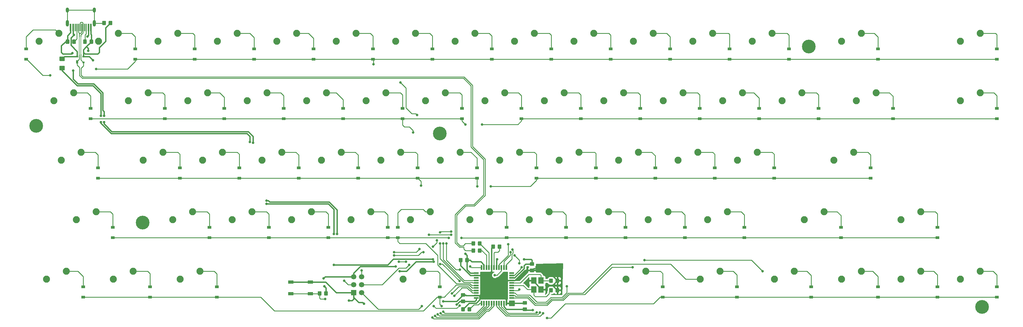
<source format=gbr>
G04 #@! TF.GenerationSoftware,KiCad,Pcbnew,(5.1.4)-1*
G04 #@! TF.CreationDate,2021-09-28T20:31:06+02:00*
G04 #@! TF.ProjectId,CrowMiniMk2,43726f77-4d69-46e6-994d-6b322e6b6963,rev?*
G04 #@! TF.SameCoordinates,Original*
G04 #@! TF.FileFunction,Copper,L2,Bot*
G04 #@! TF.FilePolarity,Positive*
%FSLAX46Y46*%
G04 Gerber Fmt 4.6, Leading zero omitted, Abs format (unit mm)*
G04 Created by KiCad (PCBNEW (5.1.4)-1) date 2021-09-28 20:31:06*
%MOMM*%
%LPD*%
G04 APERTURE LIST*
%ADD10C,4.400000*%
%ADD11C,2.250000*%
%ADD12C,0.100000*%
%ADD13C,1.150000*%
%ADD14R,0.700000X1.000000*%
%ADD15R,0.700000X0.600000*%
%ADD16R,1.800000X2.100000*%
%ADD17O,1.000000X1.600000*%
%ADD18O,1.000000X2.100000*%
%ADD19R,0.300000X2.450000*%
%ADD20R,0.600000X2.450000*%
%ADD21R,1.500000X0.550000*%
%ADD22R,0.550000X1.500000*%
%ADD23R,1.800000X1.100000*%
%ADD24R,1.700000X1.700000*%
%ADD25C,1.700000*%
%ADD26C,1.425000*%
%ADD27R,1.200000X0.900000*%
%ADD28C,0.800000*%
%ADD29C,0.381000*%
%ADD30C,0.250000*%
%ADD31C,0.200000*%
%ADD32C,0.254000*%
G04 APERTURE END LIST*
D10*
X143668750Y-71437500D03*
X14287500Y-69056250D03*
X48418750Y-100012500D03*
X317500000Y-127000000D03*
X261937500Y-43656250D03*
D11*
X276383750Y-77470000D03*
X270033750Y-80010000D03*
X266858750Y-96520000D03*
X260508750Y-99060000D03*
X33496250Y-96520000D03*
X27146250Y-99060000D03*
X28733750Y-77470000D03*
X22383750Y-80010000D03*
X278765000Y-39370000D03*
X272415000Y-41910000D03*
X283527500Y-58420000D03*
X277177500Y-60960000D03*
X26352500Y-58420000D03*
X20002500Y-60960000D03*
X257333750Y-115570000D03*
X250983750Y-118110000D03*
X233521250Y-115570000D03*
X227171250Y-118110000D03*
X209708750Y-115570000D03*
X203358750Y-118110000D03*
X66833750Y-115570000D03*
X60483750Y-118110000D03*
X45402500Y-115570000D03*
X39052500Y-118110000D03*
X23971250Y-115570000D03*
X17621250Y-118110000D03*
X138271250Y-115570000D03*
X131921250Y-118110000D03*
X316865000Y-115570000D03*
X310515000Y-118110000D03*
X297815000Y-115570000D03*
X291465000Y-118110000D03*
X278765000Y-115570000D03*
X272415000Y-118110000D03*
X297815000Y-96520000D03*
X291465000Y-99060000D03*
X235902500Y-96520000D03*
X229552500Y-99060000D03*
X216852500Y-96520000D03*
X210502500Y-99060000D03*
X197802500Y-96520000D03*
X191452500Y-99060000D03*
X178752500Y-96520000D03*
X172402500Y-99060000D03*
X159702500Y-96520000D03*
X153352500Y-99060000D03*
X140652500Y-96520000D03*
X134302500Y-99060000D03*
X121602500Y-96520000D03*
X115252500Y-99060000D03*
X102552500Y-96520000D03*
X96202500Y-99060000D03*
X83502500Y-96520000D03*
X77152500Y-99060000D03*
X64452500Y-96520000D03*
X58102500Y-99060000D03*
X245427500Y-77470000D03*
X239077500Y-80010000D03*
X226377500Y-77470000D03*
X220027500Y-80010000D03*
X207327500Y-77470000D03*
X200977500Y-80010000D03*
X188277500Y-77470000D03*
X181927500Y-80010000D03*
X169227500Y-77470000D03*
X162877500Y-80010000D03*
X150177500Y-77470000D03*
X143827500Y-80010000D03*
X131127500Y-77470000D03*
X124777500Y-80010000D03*
X112077500Y-77470000D03*
X105727500Y-80010000D03*
X93027500Y-77470000D03*
X86677500Y-80010000D03*
X73977500Y-77470000D03*
X67627500Y-80010000D03*
X54927500Y-77470000D03*
X48577500Y-80010000D03*
X316865000Y-58420000D03*
X310515000Y-60960000D03*
X259715000Y-58420000D03*
X253365000Y-60960000D03*
X240665000Y-58420000D03*
X234315000Y-60960000D03*
X221615000Y-58420000D03*
X215265000Y-60960000D03*
X202565000Y-58420000D03*
X196215000Y-60960000D03*
X183515000Y-58420000D03*
X177165000Y-60960000D03*
X164465000Y-58420000D03*
X158115000Y-60960000D03*
X145415000Y-58420000D03*
X139065000Y-60960000D03*
X126365000Y-58420000D03*
X120015000Y-60960000D03*
X107315000Y-58420000D03*
X100965000Y-60960000D03*
X88265000Y-58420000D03*
X81915000Y-60960000D03*
X69215000Y-58420000D03*
X62865000Y-60960000D03*
X50165000Y-58420000D03*
X43815000Y-60960000D03*
X316865000Y-39370000D03*
X310515000Y-41910000D03*
X250190000Y-39370000D03*
X243840000Y-41910000D03*
X231140000Y-39370000D03*
X224790000Y-41910000D03*
X212090000Y-39370000D03*
X205740000Y-41910000D03*
X193040000Y-39370000D03*
X186690000Y-41910000D03*
X173990000Y-39370000D03*
X167640000Y-41910000D03*
X154940000Y-39370000D03*
X148590000Y-41910000D03*
X135890000Y-39370000D03*
X129540000Y-41910000D03*
X116840000Y-39370000D03*
X110490000Y-41910000D03*
X97790000Y-39370000D03*
X91440000Y-41910000D03*
X78740000Y-39370000D03*
X72390000Y-41910000D03*
X59690000Y-39370000D03*
X53340000Y-41910000D03*
X40640000Y-39370000D03*
X34290000Y-41910000D03*
X21590000Y-39370000D03*
X15240000Y-41910000D03*
D12*
G36*
X36408505Y-35369204D02*
G01*
X36432773Y-35372804D01*
X36456572Y-35378765D01*
X36479671Y-35387030D01*
X36501850Y-35397520D01*
X36522893Y-35410132D01*
X36542599Y-35424747D01*
X36560777Y-35441223D01*
X36577253Y-35459401D01*
X36591868Y-35479107D01*
X36604480Y-35500150D01*
X36614970Y-35522329D01*
X36623235Y-35545428D01*
X36629196Y-35569227D01*
X36632796Y-35593495D01*
X36634000Y-35617999D01*
X36634000Y-36518001D01*
X36632796Y-36542505D01*
X36629196Y-36566773D01*
X36623235Y-36590572D01*
X36614970Y-36613671D01*
X36604480Y-36635850D01*
X36591868Y-36656893D01*
X36577253Y-36676599D01*
X36560777Y-36694777D01*
X36542599Y-36711253D01*
X36522893Y-36725868D01*
X36501850Y-36738480D01*
X36479671Y-36748970D01*
X36456572Y-36757235D01*
X36432773Y-36763196D01*
X36408505Y-36766796D01*
X36384001Y-36768000D01*
X35733999Y-36768000D01*
X35709495Y-36766796D01*
X35685227Y-36763196D01*
X35661428Y-36757235D01*
X35638329Y-36748970D01*
X35616150Y-36738480D01*
X35595107Y-36725868D01*
X35575401Y-36711253D01*
X35557223Y-36694777D01*
X35540747Y-36676599D01*
X35526132Y-36656893D01*
X35513520Y-36635850D01*
X35503030Y-36613671D01*
X35494765Y-36590572D01*
X35488804Y-36566773D01*
X35485204Y-36542505D01*
X35484000Y-36518001D01*
X35484000Y-35617999D01*
X35485204Y-35593495D01*
X35488804Y-35569227D01*
X35494765Y-35545428D01*
X35503030Y-35522329D01*
X35513520Y-35500150D01*
X35526132Y-35479107D01*
X35540747Y-35459401D01*
X35557223Y-35441223D01*
X35575401Y-35424747D01*
X35595107Y-35410132D01*
X35616150Y-35397520D01*
X35638329Y-35387030D01*
X35661428Y-35378765D01*
X35685227Y-35372804D01*
X35709495Y-35369204D01*
X35733999Y-35368000D01*
X36384001Y-35368000D01*
X36408505Y-35369204D01*
X36408505Y-35369204D01*
G37*
D13*
X36059000Y-36068000D03*
D12*
G36*
X38458505Y-35369204D02*
G01*
X38482773Y-35372804D01*
X38506572Y-35378765D01*
X38529671Y-35387030D01*
X38551850Y-35397520D01*
X38572893Y-35410132D01*
X38592599Y-35424747D01*
X38610777Y-35441223D01*
X38627253Y-35459401D01*
X38641868Y-35479107D01*
X38654480Y-35500150D01*
X38664970Y-35522329D01*
X38673235Y-35545428D01*
X38679196Y-35569227D01*
X38682796Y-35593495D01*
X38684000Y-35617999D01*
X38684000Y-36518001D01*
X38682796Y-36542505D01*
X38679196Y-36566773D01*
X38673235Y-36590572D01*
X38664970Y-36613671D01*
X38654480Y-36635850D01*
X38641868Y-36656893D01*
X38627253Y-36676599D01*
X38610777Y-36694777D01*
X38592599Y-36711253D01*
X38572893Y-36725868D01*
X38551850Y-36738480D01*
X38529671Y-36748970D01*
X38506572Y-36757235D01*
X38482773Y-36763196D01*
X38458505Y-36766796D01*
X38434001Y-36768000D01*
X37783999Y-36768000D01*
X37759495Y-36766796D01*
X37735227Y-36763196D01*
X37711428Y-36757235D01*
X37688329Y-36748970D01*
X37666150Y-36738480D01*
X37645107Y-36725868D01*
X37625401Y-36711253D01*
X37607223Y-36694777D01*
X37590747Y-36676599D01*
X37576132Y-36656893D01*
X37563520Y-36635850D01*
X37553030Y-36613671D01*
X37544765Y-36590572D01*
X37538804Y-36566773D01*
X37535204Y-36542505D01*
X37534000Y-36518001D01*
X37534000Y-35617999D01*
X37535204Y-35593495D01*
X37538804Y-35569227D01*
X37544765Y-35545428D01*
X37553030Y-35522329D01*
X37563520Y-35500150D01*
X37576132Y-35479107D01*
X37590747Y-35459401D01*
X37607223Y-35441223D01*
X37625401Y-35424747D01*
X37645107Y-35410132D01*
X37666150Y-35397520D01*
X37688329Y-35387030D01*
X37711428Y-35378765D01*
X37735227Y-35372804D01*
X37759495Y-35369204D01*
X37783999Y-35368000D01*
X38434001Y-35368000D01*
X38458505Y-35369204D01*
X38458505Y-35369204D01*
G37*
D13*
X38109000Y-36068000D03*
D12*
G36*
X161122505Y-106997204D02*
G01*
X161146773Y-107000804D01*
X161170572Y-107006765D01*
X161193671Y-107015030D01*
X161215850Y-107025520D01*
X161236893Y-107038132D01*
X161256599Y-107052747D01*
X161274777Y-107069223D01*
X161291253Y-107087401D01*
X161305868Y-107107107D01*
X161318480Y-107128150D01*
X161328970Y-107150329D01*
X161337235Y-107173428D01*
X161343196Y-107197227D01*
X161346796Y-107221495D01*
X161348000Y-107245999D01*
X161348000Y-108146001D01*
X161346796Y-108170505D01*
X161343196Y-108194773D01*
X161337235Y-108218572D01*
X161328970Y-108241671D01*
X161318480Y-108263850D01*
X161305868Y-108284893D01*
X161291253Y-108304599D01*
X161274777Y-108322777D01*
X161256599Y-108339253D01*
X161236893Y-108353868D01*
X161215850Y-108366480D01*
X161193671Y-108376970D01*
X161170572Y-108385235D01*
X161146773Y-108391196D01*
X161122505Y-108394796D01*
X161098001Y-108396000D01*
X160447999Y-108396000D01*
X160423495Y-108394796D01*
X160399227Y-108391196D01*
X160375428Y-108385235D01*
X160352329Y-108376970D01*
X160330150Y-108366480D01*
X160309107Y-108353868D01*
X160289401Y-108339253D01*
X160271223Y-108322777D01*
X160254747Y-108304599D01*
X160240132Y-108284893D01*
X160227520Y-108263850D01*
X160217030Y-108241671D01*
X160208765Y-108218572D01*
X160202804Y-108194773D01*
X160199204Y-108170505D01*
X160198000Y-108146001D01*
X160198000Y-107245999D01*
X160199204Y-107221495D01*
X160202804Y-107197227D01*
X160208765Y-107173428D01*
X160217030Y-107150329D01*
X160227520Y-107128150D01*
X160240132Y-107107107D01*
X160254747Y-107087401D01*
X160271223Y-107069223D01*
X160289401Y-107052747D01*
X160309107Y-107038132D01*
X160330150Y-107025520D01*
X160352329Y-107015030D01*
X160375428Y-107006765D01*
X160399227Y-107000804D01*
X160423495Y-106997204D01*
X160447999Y-106996000D01*
X161098001Y-106996000D01*
X161122505Y-106997204D01*
X161122505Y-106997204D01*
G37*
D13*
X160773000Y-107696000D03*
D12*
G36*
X163172505Y-106997204D02*
G01*
X163196773Y-107000804D01*
X163220572Y-107006765D01*
X163243671Y-107015030D01*
X163265850Y-107025520D01*
X163286893Y-107038132D01*
X163306599Y-107052747D01*
X163324777Y-107069223D01*
X163341253Y-107087401D01*
X163355868Y-107107107D01*
X163368480Y-107128150D01*
X163378970Y-107150329D01*
X163387235Y-107173428D01*
X163393196Y-107197227D01*
X163396796Y-107221495D01*
X163398000Y-107245999D01*
X163398000Y-108146001D01*
X163396796Y-108170505D01*
X163393196Y-108194773D01*
X163387235Y-108218572D01*
X163378970Y-108241671D01*
X163368480Y-108263850D01*
X163355868Y-108284893D01*
X163341253Y-108304599D01*
X163324777Y-108322777D01*
X163306599Y-108339253D01*
X163286893Y-108353868D01*
X163265850Y-108366480D01*
X163243671Y-108376970D01*
X163220572Y-108385235D01*
X163196773Y-108391196D01*
X163172505Y-108394796D01*
X163148001Y-108396000D01*
X162497999Y-108396000D01*
X162473495Y-108394796D01*
X162449227Y-108391196D01*
X162425428Y-108385235D01*
X162402329Y-108376970D01*
X162380150Y-108366480D01*
X162359107Y-108353868D01*
X162339401Y-108339253D01*
X162321223Y-108322777D01*
X162304747Y-108304599D01*
X162290132Y-108284893D01*
X162277520Y-108263850D01*
X162267030Y-108241671D01*
X162258765Y-108218572D01*
X162252804Y-108194773D01*
X162249204Y-108170505D01*
X162248000Y-108146001D01*
X162248000Y-107245999D01*
X162249204Y-107221495D01*
X162252804Y-107197227D01*
X162258765Y-107173428D01*
X162267030Y-107150329D01*
X162277520Y-107128150D01*
X162290132Y-107107107D01*
X162304747Y-107087401D01*
X162321223Y-107069223D01*
X162339401Y-107052747D01*
X162359107Y-107038132D01*
X162380150Y-107025520D01*
X162402329Y-107015030D01*
X162425428Y-107006765D01*
X162449227Y-107000804D01*
X162473495Y-106997204D01*
X162497999Y-106996000D01*
X163148001Y-106996000D01*
X163172505Y-106997204D01*
X163172505Y-106997204D01*
G37*
D13*
X162823000Y-107696000D03*
D12*
G36*
X150708505Y-111315204D02*
G01*
X150732773Y-111318804D01*
X150756572Y-111324765D01*
X150779671Y-111333030D01*
X150801850Y-111343520D01*
X150822893Y-111356132D01*
X150842599Y-111370747D01*
X150860777Y-111387223D01*
X150877253Y-111405401D01*
X150891868Y-111425107D01*
X150904480Y-111446150D01*
X150914970Y-111468329D01*
X150923235Y-111491428D01*
X150929196Y-111515227D01*
X150932796Y-111539495D01*
X150934000Y-111563999D01*
X150934000Y-112464001D01*
X150932796Y-112488505D01*
X150929196Y-112512773D01*
X150923235Y-112536572D01*
X150914970Y-112559671D01*
X150904480Y-112581850D01*
X150891868Y-112602893D01*
X150877253Y-112622599D01*
X150860777Y-112640777D01*
X150842599Y-112657253D01*
X150822893Y-112671868D01*
X150801850Y-112684480D01*
X150779671Y-112694970D01*
X150756572Y-112703235D01*
X150732773Y-112709196D01*
X150708505Y-112712796D01*
X150684001Y-112714000D01*
X150033999Y-112714000D01*
X150009495Y-112712796D01*
X149985227Y-112709196D01*
X149961428Y-112703235D01*
X149938329Y-112694970D01*
X149916150Y-112684480D01*
X149895107Y-112671868D01*
X149875401Y-112657253D01*
X149857223Y-112640777D01*
X149840747Y-112622599D01*
X149826132Y-112602893D01*
X149813520Y-112581850D01*
X149803030Y-112559671D01*
X149794765Y-112536572D01*
X149788804Y-112512773D01*
X149785204Y-112488505D01*
X149784000Y-112464001D01*
X149784000Y-111563999D01*
X149785204Y-111539495D01*
X149788804Y-111515227D01*
X149794765Y-111491428D01*
X149803030Y-111468329D01*
X149813520Y-111446150D01*
X149826132Y-111425107D01*
X149840747Y-111405401D01*
X149857223Y-111387223D01*
X149875401Y-111370747D01*
X149895107Y-111356132D01*
X149916150Y-111343520D01*
X149938329Y-111333030D01*
X149961428Y-111324765D01*
X149985227Y-111318804D01*
X150009495Y-111315204D01*
X150033999Y-111314000D01*
X150684001Y-111314000D01*
X150708505Y-111315204D01*
X150708505Y-111315204D01*
G37*
D13*
X150359000Y-112014000D03*
D12*
G36*
X152758505Y-111315204D02*
G01*
X152782773Y-111318804D01*
X152806572Y-111324765D01*
X152829671Y-111333030D01*
X152851850Y-111343520D01*
X152872893Y-111356132D01*
X152892599Y-111370747D01*
X152910777Y-111387223D01*
X152927253Y-111405401D01*
X152941868Y-111425107D01*
X152954480Y-111446150D01*
X152964970Y-111468329D01*
X152973235Y-111491428D01*
X152979196Y-111515227D01*
X152982796Y-111539495D01*
X152984000Y-111563999D01*
X152984000Y-112464001D01*
X152982796Y-112488505D01*
X152979196Y-112512773D01*
X152973235Y-112536572D01*
X152964970Y-112559671D01*
X152954480Y-112581850D01*
X152941868Y-112602893D01*
X152927253Y-112622599D01*
X152910777Y-112640777D01*
X152892599Y-112657253D01*
X152872893Y-112671868D01*
X152851850Y-112684480D01*
X152829671Y-112694970D01*
X152806572Y-112703235D01*
X152782773Y-112709196D01*
X152758505Y-112712796D01*
X152734001Y-112714000D01*
X152083999Y-112714000D01*
X152059495Y-112712796D01*
X152035227Y-112709196D01*
X152011428Y-112703235D01*
X151988329Y-112694970D01*
X151966150Y-112684480D01*
X151945107Y-112671868D01*
X151925401Y-112657253D01*
X151907223Y-112640777D01*
X151890747Y-112622599D01*
X151876132Y-112602893D01*
X151863520Y-112581850D01*
X151853030Y-112559671D01*
X151844765Y-112536572D01*
X151838804Y-112512773D01*
X151835204Y-112488505D01*
X151834000Y-112464001D01*
X151834000Y-111563999D01*
X151835204Y-111539495D01*
X151838804Y-111515227D01*
X151844765Y-111491428D01*
X151853030Y-111468329D01*
X151863520Y-111446150D01*
X151876132Y-111425107D01*
X151890747Y-111405401D01*
X151907223Y-111387223D01*
X151925401Y-111370747D01*
X151945107Y-111356132D01*
X151966150Y-111343520D01*
X151988329Y-111333030D01*
X152011428Y-111324765D01*
X152035227Y-111318804D01*
X152059495Y-111315204D01*
X152083999Y-111314000D01*
X152734001Y-111314000D01*
X152758505Y-111315204D01*
X152758505Y-111315204D01*
G37*
D13*
X152409000Y-112014000D03*
D14*
X27448000Y-48502000D03*
D15*
X29448000Y-48702000D03*
X27448000Y-46802000D03*
X29448000Y-46802000D03*
D16*
X176082000Y-121472000D03*
X176082000Y-118572000D03*
X173782000Y-118572000D03*
X173782000Y-121472000D03*
D17*
X32895000Y-31968750D03*
X24255000Y-31968750D03*
D18*
X32895000Y-36148750D03*
X24255000Y-36148750D03*
D19*
X28325000Y-37563750D03*
X28825000Y-37563750D03*
X29325000Y-37563750D03*
X27825000Y-37563750D03*
X29825000Y-37563750D03*
X27325000Y-37563750D03*
X30325000Y-37563750D03*
X26825000Y-37563750D03*
D20*
X26125000Y-37563750D03*
X31025000Y-37563750D03*
X25350000Y-37563750D03*
X31800000Y-37563750D03*
D21*
X155336000Y-116142000D03*
X155336000Y-116942000D03*
X155336000Y-117742000D03*
X155336000Y-118542000D03*
X155336000Y-119342000D03*
X155336000Y-120142000D03*
X155336000Y-120942000D03*
X155336000Y-121742000D03*
X155336000Y-122542000D03*
X155336000Y-123342000D03*
X155336000Y-124142000D03*
D22*
X157036000Y-125842000D03*
X157836000Y-125842000D03*
X158636000Y-125842000D03*
X159436000Y-125842000D03*
X160236000Y-125842000D03*
X161036000Y-125842000D03*
X161836000Y-125842000D03*
X162636000Y-125842000D03*
X163436000Y-125842000D03*
X164236000Y-125842000D03*
X165036000Y-125842000D03*
D21*
X166736000Y-124142000D03*
X166736000Y-123342000D03*
X166736000Y-122542000D03*
X166736000Y-121742000D03*
X166736000Y-120942000D03*
X166736000Y-120142000D03*
X166736000Y-119342000D03*
X166736000Y-118542000D03*
X166736000Y-117742000D03*
X166736000Y-116942000D03*
X166736000Y-116142000D03*
D22*
X165036000Y-114442000D03*
X164236000Y-114442000D03*
X163436000Y-114442000D03*
X162636000Y-114442000D03*
X161836000Y-114442000D03*
X161036000Y-114442000D03*
X160236000Y-114442000D03*
X159436000Y-114442000D03*
X158636000Y-114442000D03*
X157836000Y-114442000D03*
X157036000Y-114442000D03*
D23*
X95960000Y-122754000D03*
X102160000Y-122754000D03*
X95960000Y-119054000D03*
X102160000Y-119054000D03*
D12*
G36*
X26765505Y-41369954D02*
G01*
X26789773Y-41373554D01*
X26813572Y-41379515D01*
X26836671Y-41387780D01*
X26858850Y-41398270D01*
X26879893Y-41410882D01*
X26899599Y-41425497D01*
X26917777Y-41441973D01*
X26934253Y-41460151D01*
X26948868Y-41479857D01*
X26961480Y-41500900D01*
X26971970Y-41523079D01*
X26980235Y-41546178D01*
X26986196Y-41569977D01*
X26989796Y-41594245D01*
X26991000Y-41618749D01*
X26991000Y-42518751D01*
X26989796Y-42543255D01*
X26986196Y-42567523D01*
X26980235Y-42591322D01*
X26971970Y-42614421D01*
X26961480Y-42636600D01*
X26948868Y-42657643D01*
X26934253Y-42677349D01*
X26917777Y-42695527D01*
X26899599Y-42712003D01*
X26879893Y-42726618D01*
X26858850Y-42739230D01*
X26836671Y-42749720D01*
X26813572Y-42757985D01*
X26789773Y-42763946D01*
X26765505Y-42767546D01*
X26741001Y-42768750D01*
X26090999Y-42768750D01*
X26066495Y-42767546D01*
X26042227Y-42763946D01*
X26018428Y-42757985D01*
X25995329Y-42749720D01*
X25973150Y-42739230D01*
X25952107Y-42726618D01*
X25932401Y-42712003D01*
X25914223Y-42695527D01*
X25897747Y-42677349D01*
X25883132Y-42657643D01*
X25870520Y-42636600D01*
X25860030Y-42614421D01*
X25851765Y-42591322D01*
X25845804Y-42567523D01*
X25842204Y-42543255D01*
X25841000Y-42518751D01*
X25841000Y-41618749D01*
X25842204Y-41594245D01*
X25845804Y-41569977D01*
X25851765Y-41546178D01*
X25860030Y-41523079D01*
X25870520Y-41500900D01*
X25883132Y-41479857D01*
X25897747Y-41460151D01*
X25914223Y-41441973D01*
X25932401Y-41425497D01*
X25952107Y-41410882D01*
X25973150Y-41398270D01*
X25995329Y-41387780D01*
X26018428Y-41379515D01*
X26042227Y-41373554D01*
X26066495Y-41369954D01*
X26090999Y-41368750D01*
X26741001Y-41368750D01*
X26765505Y-41369954D01*
X26765505Y-41369954D01*
G37*
D13*
X26416000Y-42068750D03*
D12*
G36*
X24715505Y-41369954D02*
G01*
X24739773Y-41373554D01*
X24763572Y-41379515D01*
X24786671Y-41387780D01*
X24808850Y-41398270D01*
X24829893Y-41410882D01*
X24849599Y-41425497D01*
X24867777Y-41441973D01*
X24884253Y-41460151D01*
X24898868Y-41479857D01*
X24911480Y-41500900D01*
X24921970Y-41523079D01*
X24930235Y-41546178D01*
X24936196Y-41569977D01*
X24939796Y-41594245D01*
X24941000Y-41618749D01*
X24941000Y-42518751D01*
X24939796Y-42543255D01*
X24936196Y-42567523D01*
X24930235Y-42591322D01*
X24921970Y-42614421D01*
X24911480Y-42636600D01*
X24898868Y-42657643D01*
X24884253Y-42677349D01*
X24867777Y-42695527D01*
X24849599Y-42712003D01*
X24829893Y-42726618D01*
X24808850Y-42739230D01*
X24786671Y-42749720D01*
X24763572Y-42757985D01*
X24739773Y-42763946D01*
X24715505Y-42767546D01*
X24691001Y-42768750D01*
X24040999Y-42768750D01*
X24016495Y-42767546D01*
X23992227Y-42763946D01*
X23968428Y-42757985D01*
X23945329Y-42749720D01*
X23923150Y-42739230D01*
X23902107Y-42726618D01*
X23882401Y-42712003D01*
X23864223Y-42695527D01*
X23847747Y-42677349D01*
X23833132Y-42657643D01*
X23820520Y-42636600D01*
X23810030Y-42614421D01*
X23801765Y-42591322D01*
X23795804Y-42567523D01*
X23792204Y-42543255D01*
X23791000Y-42518751D01*
X23791000Y-41618749D01*
X23792204Y-41594245D01*
X23795804Y-41569977D01*
X23801765Y-41546178D01*
X23810030Y-41523079D01*
X23820520Y-41500900D01*
X23833132Y-41479857D01*
X23847747Y-41460151D01*
X23864223Y-41441973D01*
X23882401Y-41425497D01*
X23902107Y-41410882D01*
X23923150Y-41398270D01*
X23945329Y-41387780D01*
X23968428Y-41379515D01*
X23992227Y-41373554D01*
X24016495Y-41369954D01*
X24040999Y-41368750D01*
X24691001Y-41368750D01*
X24715505Y-41369954D01*
X24715505Y-41369954D01*
G37*
D13*
X24366000Y-42068750D03*
D12*
G36*
X30280755Y-41369954D02*
G01*
X30305023Y-41373554D01*
X30328822Y-41379515D01*
X30351921Y-41387780D01*
X30374100Y-41398270D01*
X30395143Y-41410882D01*
X30414849Y-41425497D01*
X30433027Y-41441973D01*
X30449503Y-41460151D01*
X30464118Y-41479857D01*
X30476730Y-41500900D01*
X30487220Y-41523079D01*
X30495485Y-41546178D01*
X30501446Y-41569977D01*
X30505046Y-41594245D01*
X30506250Y-41618749D01*
X30506250Y-42518751D01*
X30505046Y-42543255D01*
X30501446Y-42567523D01*
X30495485Y-42591322D01*
X30487220Y-42614421D01*
X30476730Y-42636600D01*
X30464118Y-42657643D01*
X30449503Y-42677349D01*
X30433027Y-42695527D01*
X30414849Y-42712003D01*
X30395143Y-42726618D01*
X30374100Y-42739230D01*
X30351921Y-42749720D01*
X30328822Y-42757985D01*
X30305023Y-42763946D01*
X30280755Y-42767546D01*
X30256251Y-42768750D01*
X29606249Y-42768750D01*
X29581745Y-42767546D01*
X29557477Y-42763946D01*
X29533678Y-42757985D01*
X29510579Y-42749720D01*
X29488400Y-42739230D01*
X29467357Y-42726618D01*
X29447651Y-42712003D01*
X29429473Y-42695527D01*
X29412997Y-42677349D01*
X29398382Y-42657643D01*
X29385770Y-42636600D01*
X29375280Y-42614421D01*
X29367015Y-42591322D01*
X29361054Y-42567523D01*
X29357454Y-42543255D01*
X29356250Y-42518751D01*
X29356250Y-41618749D01*
X29357454Y-41594245D01*
X29361054Y-41569977D01*
X29367015Y-41546178D01*
X29375280Y-41523079D01*
X29385770Y-41500900D01*
X29398382Y-41479857D01*
X29412997Y-41460151D01*
X29429473Y-41441973D01*
X29447651Y-41425497D01*
X29467357Y-41410882D01*
X29488400Y-41398270D01*
X29510579Y-41387780D01*
X29533678Y-41379515D01*
X29557477Y-41373554D01*
X29581745Y-41369954D01*
X29606249Y-41368750D01*
X30256251Y-41368750D01*
X30280755Y-41369954D01*
X30280755Y-41369954D01*
G37*
D13*
X29931250Y-42068750D03*
D12*
G36*
X32330755Y-41369954D02*
G01*
X32355023Y-41373554D01*
X32378822Y-41379515D01*
X32401921Y-41387780D01*
X32424100Y-41398270D01*
X32445143Y-41410882D01*
X32464849Y-41425497D01*
X32483027Y-41441973D01*
X32499503Y-41460151D01*
X32514118Y-41479857D01*
X32526730Y-41500900D01*
X32537220Y-41523079D01*
X32545485Y-41546178D01*
X32551446Y-41569977D01*
X32555046Y-41594245D01*
X32556250Y-41618749D01*
X32556250Y-42518751D01*
X32555046Y-42543255D01*
X32551446Y-42567523D01*
X32545485Y-42591322D01*
X32537220Y-42614421D01*
X32526730Y-42636600D01*
X32514118Y-42657643D01*
X32499503Y-42677349D01*
X32483027Y-42695527D01*
X32464849Y-42712003D01*
X32445143Y-42726618D01*
X32424100Y-42739230D01*
X32401921Y-42749720D01*
X32378822Y-42757985D01*
X32355023Y-42763946D01*
X32330755Y-42767546D01*
X32306251Y-42768750D01*
X31656249Y-42768750D01*
X31631745Y-42767546D01*
X31607477Y-42763946D01*
X31583678Y-42757985D01*
X31560579Y-42749720D01*
X31538400Y-42739230D01*
X31517357Y-42726618D01*
X31497651Y-42712003D01*
X31479473Y-42695527D01*
X31462997Y-42677349D01*
X31448382Y-42657643D01*
X31435770Y-42636600D01*
X31425280Y-42614421D01*
X31417015Y-42591322D01*
X31411054Y-42567523D01*
X31407454Y-42543255D01*
X31406250Y-42518751D01*
X31406250Y-41618749D01*
X31407454Y-41594245D01*
X31411054Y-41569977D01*
X31417015Y-41546178D01*
X31425280Y-41523079D01*
X31435770Y-41500900D01*
X31448382Y-41479857D01*
X31462997Y-41460151D01*
X31479473Y-41441973D01*
X31497651Y-41425497D01*
X31517357Y-41410882D01*
X31538400Y-41398270D01*
X31560579Y-41387780D01*
X31583678Y-41379515D01*
X31607477Y-41373554D01*
X31631745Y-41369954D01*
X31656249Y-41368750D01*
X32306251Y-41368750D01*
X32330755Y-41369954D01*
X32330755Y-41369954D01*
G37*
D13*
X31981250Y-42068750D03*
D12*
G36*
X153520505Y-127063204D02*
G01*
X153544773Y-127066804D01*
X153568572Y-127072765D01*
X153591671Y-127081030D01*
X153613850Y-127091520D01*
X153634893Y-127104132D01*
X153654599Y-127118747D01*
X153672777Y-127135223D01*
X153689253Y-127153401D01*
X153703868Y-127173107D01*
X153716480Y-127194150D01*
X153726970Y-127216329D01*
X153735235Y-127239428D01*
X153741196Y-127263227D01*
X153744796Y-127287495D01*
X153746000Y-127311999D01*
X153746000Y-128212001D01*
X153744796Y-128236505D01*
X153741196Y-128260773D01*
X153735235Y-128284572D01*
X153726970Y-128307671D01*
X153716480Y-128329850D01*
X153703868Y-128350893D01*
X153689253Y-128370599D01*
X153672777Y-128388777D01*
X153654599Y-128405253D01*
X153634893Y-128419868D01*
X153613850Y-128432480D01*
X153591671Y-128442970D01*
X153568572Y-128451235D01*
X153544773Y-128457196D01*
X153520505Y-128460796D01*
X153496001Y-128462000D01*
X152845999Y-128462000D01*
X152821495Y-128460796D01*
X152797227Y-128457196D01*
X152773428Y-128451235D01*
X152750329Y-128442970D01*
X152728150Y-128432480D01*
X152707107Y-128419868D01*
X152687401Y-128405253D01*
X152669223Y-128388777D01*
X152652747Y-128370599D01*
X152638132Y-128350893D01*
X152625520Y-128329850D01*
X152615030Y-128307671D01*
X152606765Y-128284572D01*
X152600804Y-128260773D01*
X152597204Y-128236505D01*
X152596000Y-128212001D01*
X152596000Y-127311999D01*
X152597204Y-127287495D01*
X152600804Y-127263227D01*
X152606765Y-127239428D01*
X152615030Y-127216329D01*
X152625520Y-127194150D01*
X152638132Y-127173107D01*
X152652747Y-127153401D01*
X152669223Y-127135223D01*
X152687401Y-127118747D01*
X152707107Y-127104132D01*
X152728150Y-127091520D01*
X152750329Y-127081030D01*
X152773428Y-127072765D01*
X152797227Y-127066804D01*
X152821495Y-127063204D01*
X152845999Y-127062000D01*
X153496001Y-127062000D01*
X153520505Y-127063204D01*
X153520505Y-127063204D01*
G37*
D13*
X153171000Y-127762000D03*
D12*
G36*
X151470505Y-127063204D02*
G01*
X151494773Y-127066804D01*
X151518572Y-127072765D01*
X151541671Y-127081030D01*
X151563850Y-127091520D01*
X151584893Y-127104132D01*
X151604599Y-127118747D01*
X151622777Y-127135223D01*
X151639253Y-127153401D01*
X151653868Y-127173107D01*
X151666480Y-127194150D01*
X151676970Y-127216329D01*
X151685235Y-127239428D01*
X151691196Y-127263227D01*
X151694796Y-127287495D01*
X151696000Y-127311999D01*
X151696000Y-128212001D01*
X151694796Y-128236505D01*
X151691196Y-128260773D01*
X151685235Y-128284572D01*
X151676970Y-128307671D01*
X151666480Y-128329850D01*
X151653868Y-128350893D01*
X151639253Y-128370599D01*
X151622777Y-128388777D01*
X151604599Y-128405253D01*
X151584893Y-128419868D01*
X151563850Y-128432480D01*
X151541671Y-128442970D01*
X151518572Y-128451235D01*
X151494773Y-128457196D01*
X151470505Y-128460796D01*
X151446001Y-128462000D01*
X150795999Y-128462000D01*
X150771495Y-128460796D01*
X150747227Y-128457196D01*
X150723428Y-128451235D01*
X150700329Y-128442970D01*
X150678150Y-128432480D01*
X150657107Y-128419868D01*
X150637401Y-128405253D01*
X150619223Y-128388777D01*
X150602747Y-128370599D01*
X150588132Y-128350893D01*
X150575520Y-128329850D01*
X150565030Y-128307671D01*
X150556765Y-128284572D01*
X150550804Y-128260773D01*
X150547204Y-128236505D01*
X150546000Y-128212001D01*
X150546000Y-127311999D01*
X150547204Y-127287495D01*
X150550804Y-127263227D01*
X150556765Y-127239428D01*
X150565030Y-127216329D01*
X150575520Y-127194150D01*
X150588132Y-127173107D01*
X150602747Y-127153401D01*
X150619223Y-127135223D01*
X150637401Y-127118747D01*
X150657107Y-127104132D01*
X150678150Y-127091520D01*
X150700329Y-127081030D01*
X150723428Y-127072765D01*
X150747227Y-127066804D01*
X150771495Y-127063204D01*
X150795999Y-127062000D01*
X151446001Y-127062000D01*
X151470505Y-127063204D01*
X151470505Y-127063204D01*
G37*
D13*
X151121000Y-127762000D03*
D12*
G36*
X154772505Y-108267204D02*
G01*
X154796773Y-108270804D01*
X154820572Y-108276765D01*
X154843671Y-108285030D01*
X154865850Y-108295520D01*
X154886893Y-108308132D01*
X154906599Y-108322747D01*
X154924777Y-108339223D01*
X154941253Y-108357401D01*
X154955868Y-108377107D01*
X154968480Y-108398150D01*
X154978970Y-108420329D01*
X154987235Y-108443428D01*
X154993196Y-108467227D01*
X154996796Y-108491495D01*
X154998000Y-108515999D01*
X154998000Y-109416001D01*
X154996796Y-109440505D01*
X154993196Y-109464773D01*
X154987235Y-109488572D01*
X154978970Y-109511671D01*
X154968480Y-109533850D01*
X154955868Y-109554893D01*
X154941253Y-109574599D01*
X154924777Y-109592777D01*
X154906599Y-109609253D01*
X154886893Y-109623868D01*
X154865850Y-109636480D01*
X154843671Y-109646970D01*
X154820572Y-109655235D01*
X154796773Y-109661196D01*
X154772505Y-109664796D01*
X154748001Y-109666000D01*
X154097999Y-109666000D01*
X154073495Y-109664796D01*
X154049227Y-109661196D01*
X154025428Y-109655235D01*
X154002329Y-109646970D01*
X153980150Y-109636480D01*
X153959107Y-109623868D01*
X153939401Y-109609253D01*
X153921223Y-109592777D01*
X153904747Y-109574599D01*
X153890132Y-109554893D01*
X153877520Y-109533850D01*
X153867030Y-109511671D01*
X153858765Y-109488572D01*
X153852804Y-109464773D01*
X153849204Y-109440505D01*
X153848000Y-109416001D01*
X153848000Y-108515999D01*
X153849204Y-108491495D01*
X153852804Y-108467227D01*
X153858765Y-108443428D01*
X153867030Y-108420329D01*
X153877520Y-108398150D01*
X153890132Y-108377107D01*
X153904747Y-108357401D01*
X153921223Y-108339223D01*
X153939401Y-108322747D01*
X153959107Y-108308132D01*
X153980150Y-108295520D01*
X154002329Y-108285030D01*
X154025428Y-108276765D01*
X154049227Y-108270804D01*
X154073495Y-108267204D01*
X154097999Y-108266000D01*
X154748001Y-108266000D01*
X154772505Y-108267204D01*
X154772505Y-108267204D01*
G37*
D13*
X154423000Y-108966000D03*
D12*
G36*
X156822505Y-108267204D02*
G01*
X156846773Y-108270804D01*
X156870572Y-108276765D01*
X156893671Y-108285030D01*
X156915850Y-108295520D01*
X156936893Y-108308132D01*
X156956599Y-108322747D01*
X156974777Y-108339223D01*
X156991253Y-108357401D01*
X157005868Y-108377107D01*
X157018480Y-108398150D01*
X157028970Y-108420329D01*
X157037235Y-108443428D01*
X157043196Y-108467227D01*
X157046796Y-108491495D01*
X157048000Y-108515999D01*
X157048000Y-109416001D01*
X157046796Y-109440505D01*
X157043196Y-109464773D01*
X157037235Y-109488572D01*
X157028970Y-109511671D01*
X157018480Y-109533850D01*
X157005868Y-109554893D01*
X156991253Y-109574599D01*
X156974777Y-109592777D01*
X156956599Y-109609253D01*
X156936893Y-109623868D01*
X156915850Y-109636480D01*
X156893671Y-109646970D01*
X156870572Y-109655235D01*
X156846773Y-109661196D01*
X156822505Y-109664796D01*
X156798001Y-109666000D01*
X156147999Y-109666000D01*
X156123495Y-109664796D01*
X156099227Y-109661196D01*
X156075428Y-109655235D01*
X156052329Y-109646970D01*
X156030150Y-109636480D01*
X156009107Y-109623868D01*
X155989401Y-109609253D01*
X155971223Y-109592777D01*
X155954747Y-109574599D01*
X155940132Y-109554893D01*
X155927520Y-109533850D01*
X155917030Y-109511671D01*
X155908765Y-109488572D01*
X155902804Y-109464773D01*
X155899204Y-109440505D01*
X155898000Y-109416001D01*
X155898000Y-108515999D01*
X155899204Y-108491495D01*
X155902804Y-108467227D01*
X155908765Y-108443428D01*
X155917030Y-108420329D01*
X155927520Y-108398150D01*
X155940132Y-108377107D01*
X155954747Y-108357401D01*
X155971223Y-108339223D01*
X155989401Y-108322747D01*
X156009107Y-108308132D01*
X156030150Y-108295520D01*
X156052329Y-108285030D01*
X156075428Y-108276765D01*
X156099227Y-108270804D01*
X156123495Y-108267204D01*
X156147999Y-108266000D01*
X156798001Y-108266000D01*
X156822505Y-108267204D01*
X156822505Y-108267204D01*
G37*
D13*
X156473000Y-108966000D03*
D12*
G36*
X154772505Y-105981204D02*
G01*
X154796773Y-105984804D01*
X154820572Y-105990765D01*
X154843671Y-105999030D01*
X154865850Y-106009520D01*
X154886893Y-106022132D01*
X154906599Y-106036747D01*
X154924777Y-106053223D01*
X154941253Y-106071401D01*
X154955868Y-106091107D01*
X154968480Y-106112150D01*
X154978970Y-106134329D01*
X154987235Y-106157428D01*
X154993196Y-106181227D01*
X154996796Y-106205495D01*
X154998000Y-106229999D01*
X154998000Y-107130001D01*
X154996796Y-107154505D01*
X154993196Y-107178773D01*
X154987235Y-107202572D01*
X154978970Y-107225671D01*
X154968480Y-107247850D01*
X154955868Y-107268893D01*
X154941253Y-107288599D01*
X154924777Y-107306777D01*
X154906599Y-107323253D01*
X154886893Y-107337868D01*
X154865850Y-107350480D01*
X154843671Y-107360970D01*
X154820572Y-107369235D01*
X154796773Y-107375196D01*
X154772505Y-107378796D01*
X154748001Y-107380000D01*
X154097999Y-107380000D01*
X154073495Y-107378796D01*
X154049227Y-107375196D01*
X154025428Y-107369235D01*
X154002329Y-107360970D01*
X153980150Y-107350480D01*
X153959107Y-107337868D01*
X153939401Y-107323253D01*
X153921223Y-107306777D01*
X153904747Y-107288599D01*
X153890132Y-107268893D01*
X153877520Y-107247850D01*
X153867030Y-107225671D01*
X153858765Y-107202572D01*
X153852804Y-107178773D01*
X153849204Y-107154505D01*
X153848000Y-107130001D01*
X153848000Y-106229999D01*
X153849204Y-106205495D01*
X153852804Y-106181227D01*
X153858765Y-106157428D01*
X153867030Y-106134329D01*
X153877520Y-106112150D01*
X153890132Y-106091107D01*
X153904747Y-106071401D01*
X153921223Y-106053223D01*
X153939401Y-106036747D01*
X153959107Y-106022132D01*
X153980150Y-106009520D01*
X154002329Y-105999030D01*
X154025428Y-105990765D01*
X154049227Y-105984804D01*
X154073495Y-105981204D01*
X154097999Y-105980000D01*
X154748001Y-105980000D01*
X154772505Y-105981204D01*
X154772505Y-105981204D01*
G37*
D13*
X154423000Y-106680000D03*
D12*
G36*
X156822505Y-105981204D02*
G01*
X156846773Y-105984804D01*
X156870572Y-105990765D01*
X156893671Y-105999030D01*
X156915850Y-106009520D01*
X156936893Y-106022132D01*
X156956599Y-106036747D01*
X156974777Y-106053223D01*
X156991253Y-106071401D01*
X157005868Y-106091107D01*
X157018480Y-106112150D01*
X157028970Y-106134329D01*
X157037235Y-106157428D01*
X157043196Y-106181227D01*
X157046796Y-106205495D01*
X157048000Y-106229999D01*
X157048000Y-107130001D01*
X157046796Y-107154505D01*
X157043196Y-107178773D01*
X157037235Y-107202572D01*
X157028970Y-107225671D01*
X157018480Y-107247850D01*
X157005868Y-107268893D01*
X156991253Y-107288599D01*
X156974777Y-107306777D01*
X156956599Y-107323253D01*
X156936893Y-107337868D01*
X156915850Y-107350480D01*
X156893671Y-107360970D01*
X156870572Y-107369235D01*
X156846773Y-107375196D01*
X156822505Y-107378796D01*
X156798001Y-107380000D01*
X156147999Y-107380000D01*
X156123495Y-107378796D01*
X156099227Y-107375196D01*
X156075428Y-107369235D01*
X156052329Y-107360970D01*
X156030150Y-107350480D01*
X156009107Y-107337868D01*
X155989401Y-107323253D01*
X155971223Y-107306777D01*
X155954747Y-107288599D01*
X155940132Y-107268893D01*
X155927520Y-107247850D01*
X155917030Y-107225671D01*
X155908765Y-107202572D01*
X155902804Y-107178773D01*
X155899204Y-107154505D01*
X155898000Y-107130001D01*
X155898000Y-106229999D01*
X155899204Y-106205495D01*
X155902804Y-106181227D01*
X155908765Y-106157428D01*
X155917030Y-106134329D01*
X155927520Y-106112150D01*
X155940132Y-106091107D01*
X155954747Y-106071401D01*
X155971223Y-106053223D01*
X155989401Y-106036747D01*
X156009107Y-106022132D01*
X156030150Y-106009520D01*
X156052329Y-105999030D01*
X156075428Y-105990765D01*
X156099227Y-105984804D01*
X156123495Y-105981204D01*
X156147999Y-105980000D01*
X156798001Y-105980000D01*
X156822505Y-105981204D01*
X156822505Y-105981204D01*
G37*
D13*
X156473000Y-106680000D03*
D12*
G36*
X107546505Y-121983204D02*
G01*
X107570773Y-121986804D01*
X107594572Y-121992765D01*
X107617671Y-122001030D01*
X107639850Y-122011520D01*
X107660893Y-122024132D01*
X107680599Y-122038747D01*
X107698777Y-122055223D01*
X107715253Y-122073401D01*
X107729868Y-122093107D01*
X107742480Y-122114150D01*
X107752970Y-122136329D01*
X107761235Y-122159428D01*
X107767196Y-122183227D01*
X107770796Y-122207495D01*
X107772000Y-122231999D01*
X107772000Y-123132001D01*
X107770796Y-123156505D01*
X107767196Y-123180773D01*
X107761235Y-123204572D01*
X107752970Y-123227671D01*
X107742480Y-123249850D01*
X107729868Y-123270893D01*
X107715253Y-123290599D01*
X107698777Y-123308777D01*
X107680599Y-123325253D01*
X107660893Y-123339868D01*
X107639850Y-123352480D01*
X107617671Y-123362970D01*
X107594572Y-123371235D01*
X107570773Y-123377196D01*
X107546505Y-123380796D01*
X107522001Y-123382000D01*
X106871999Y-123382000D01*
X106847495Y-123380796D01*
X106823227Y-123377196D01*
X106799428Y-123371235D01*
X106776329Y-123362970D01*
X106754150Y-123352480D01*
X106733107Y-123339868D01*
X106713401Y-123325253D01*
X106695223Y-123308777D01*
X106678747Y-123290599D01*
X106664132Y-123270893D01*
X106651520Y-123249850D01*
X106641030Y-123227671D01*
X106632765Y-123204572D01*
X106626804Y-123180773D01*
X106623204Y-123156505D01*
X106622000Y-123132001D01*
X106622000Y-122231999D01*
X106623204Y-122207495D01*
X106626804Y-122183227D01*
X106632765Y-122159428D01*
X106641030Y-122136329D01*
X106651520Y-122114150D01*
X106664132Y-122093107D01*
X106678747Y-122073401D01*
X106695223Y-122055223D01*
X106713401Y-122038747D01*
X106733107Y-122024132D01*
X106754150Y-122011520D01*
X106776329Y-122001030D01*
X106799428Y-121992765D01*
X106823227Y-121986804D01*
X106847495Y-121983204D01*
X106871999Y-121982000D01*
X107522001Y-121982000D01*
X107546505Y-121983204D01*
X107546505Y-121983204D01*
G37*
D13*
X107197000Y-122682000D03*
D12*
G36*
X105496505Y-121983204D02*
G01*
X105520773Y-121986804D01*
X105544572Y-121992765D01*
X105567671Y-122001030D01*
X105589850Y-122011520D01*
X105610893Y-122024132D01*
X105630599Y-122038747D01*
X105648777Y-122055223D01*
X105665253Y-122073401D01*
X105679868Y-122093107D01*
X105692480Y-122114150D01*
X105702970Y-122136329D01*
X105711235Y-122159428D01*
X105717196Y-122183227D01*
X105720796Y-122207495D01*
X105722000Y-122231999D01*
X105722000Y-123132001D01*
X105720796Y-123156505D01*
X105717196Y-123180773D01*
X105711235Y-123204572D01*
X105702970Y-123227671D01*
X105692480Y-123249850D01*
X105679868Y-123270893D01*
X105665253Y-123290599D01*
X105648777Y-123308777D01*
X105630599Y-123325253D01*
X105610893Y-123339868D01*
X105589850Y-123352480D01*
X105567671Y-123362970D01*
X105544572Y-123371235D01*
X105520773Y-123377196D01*
X105496505Y-123380796D01*
X105472001Y-123382000D01*
X104821999Y-123382000D01*
X104797495Y-123380796D01*
X104773227Y-123377196D01*
X104749428Y-123371235D01*
X104726329Y-123362970D01*
X104704150Y-123352480D01*
X104683107Y-123339868D01*
X104663401Y-123325253D01*
X104645223Y-123308777D01*
X104628747Y-123290599D01*
X104614132Y-123270893D01*
X104601520Y-123249850D01*
X104591030Y-123227671D01*
X104582765Y-123204572D01*
X104576804Y-123180773D01*
X104573204Y-123156505D01*
X104572000Y-123132001D01*
X104572000Y-122231999D01*
X104573204Y-122207495D01*
X104576804Y-122183227D01*
X104582765Y-122159428D01*
X104591030Y-122136329D01*
X104601520Y-122114150D01*
X104614132Y-122093107D01*
X104628747Y-122073401D01*
X104645223Y-122055223D01*
X104663401Y-122038747D01*
X104683107Y-122024132D01*
X104704150Y-122011520D01*
X104726329Y-122001030D01*
X104749428Y-121992765D01*
X104773227Y-121986804D01*
X104797495Y-121983204D01*
X104821999Y-121982000D01*
X105472001Y-121982000D01*
X105496505Y-121983204D01*
X105496505Y-121983204D01*
G37*
D13*
X105147000Y-122682000D03*
D24*
X116078000Y-122428000D03*
D25*
X118618000Y-122428000D03*
X116078000Y-119888000D03*
X118618000Y-119888000D03*
X116078000Y-117348000D03*
X118618000Y-117348000D03*
D12*
G36*
X23255504Y-46823204D02*
G01*
X23279773Y-46826804D01*
X23303571Y-46832765D01*
X23326671Y-46841030D01*
X23348849Y-46851520D01*
X23369893Y-46864133D01*
X23389598Y-46878747D01*
X23407777Y-46895223D01*
X23424253Y-46913402D01*
X23438867Y-46933107D01*
X23451480Y-46954151D01*
X23461970Y-46976329D01*
X23470235Y-46999429D01*
X23476196Y-47023227D01*
X23479796Y-47047496D01*
X23481000Y-47072000D01*
X23481000Y-47997000D01*
X23479796Y-48021504D01*
X23476196Y-48045773D01*
X23470235Y-48069571D01*
X23461970Y-48092671D01*
X23451480Y-48114849D01*
X23438867Y-48135893D01*
X23424253Y-48155598D01*
X23407777Y-48173777D01*
X23389598Y-48190253D01*
X23369893Y-48204867D01*
X23348849Y-48217480D01*
X23326671Y-48227970D01*
X23303571Y-48236235D01*
X23279773Y-48242196D01*
X23255504Y-48245796D01*
X23231000Y-48247000D01*
X21981000Y-48247000D01*
X21956496Y-48245796D01*
X21932227Y-48242196D01*
X21908429Y-48236235D01*
X21885329Y-48227970D01*
X21863151Y-48217480D01*
X21842107Y-48204867D01*
X21822402Y-48190253D01*
X21804223Y-48173777D01*
X21787747Y-48155598D01*
X21773133Y-48135893D01*
X21760520Y-48114849D01*
X21750030Y-48092671D01*
X21741765Y-48069571D01*
X21735804Y-48045773D01*
X21732204Y-48021504D01*
X21731000Y-47997000D01*
X21731000Y-47072000D01*
X21732204Y-47047496D01*
X21735804Y-47023227D01*
X21741765Y-46999429D01*
X21750030Y-46976329D01*
X21760520Y-46954151D01*
X21773133Y-46933107D01*
X21787747Y-46913402D01*
X21804223Y-46895223D01*
X21822402Y-46878747D01*
X21842107Y-46864133D01*
X21863151Y-46851520D01*
X21885329Y-46841030D01*
X21908429Y-46832765D01*
X21932227Y-46826804D01*
X21956496Y-46823204D01*
X21981000Y-46822000D01*
X23231000Y-46822000D01*
X23255504Y-46823204D01*
X23255504Y-46823204D01*
G37*
D26*
X22606000Y-47534500D03*
D12*
G36*
X23255504Y-49798204D02*
G01*
X23279773Y-49801804D01*
X23303571Y-49807765D01*
X23326671Y-49816030D01*
X23348849Y-49826520D01*
X23369893Y-49839133D01*
X23389598Y-49853747D01*
X23407777Y-49870223D01*
X23424253Y-49888402D01*
X23438867Y-49908107D01*
X23451480Y-49929151D01*
X23461970Y-49951329D01*
X23470235Y-49974429D01*
X23476196Y-49998227D01*
X23479796Y-50022496D01*
X23481000Y-50047000D01*
X23481000Y-50972000D01*
X23479796Y-50996504D01*
X23476196Y-51020773D01*
X23470235Y-51044571D01*
X23461970Y-51067671D01*
X23451480Y-51089849D01*
X23438867Y-51110893D01*
X23424253Y-51130598D01*
X23407777Y-51148777D01*
X23389598Y-51165253D01*
X23369893Y-51179867D01*
X23348849Y-51192480D01*
X23326671Y-51202970D01*
X23303571Y-51211235D01*
X23279773Y-51217196D01*
X23255504Y-51220796D01*
X23231000Y-51222000D01*
X21981000Y-51222000D01*
X21956496Y-51220796D01*
X21932227Y-51217196D01*
X21908429Y-51211235D01*
X21885329Y-51202970D01*
X21863151Y-51192480D01*
X21842107Y-51179867D01*
X21822402Y-51165253D01*
X21804223Y-51148777D01*
X21787747Y-51130598D01*
X21773133Y-51110893D01*
X21760520Y-51089849D01*
X21750030Y-51067671D01*
X21741765Y-51044571D01*
X21735804Y-51020773D01*
X21732204Y-50996504D01*
X21731000Y-50972000D01*
X21731000Y-50047000D01*
X21732204Y-50022496D01*
X21735804Y-49998227D01*
X21741765Y-49974429D01*
X21750030Y-49951329D01*
X21760520Y-49929151D01*
X21773133Y-49908107D01*
X21787747Y-49888402D01*
X21804223Y-49870223D01*
X21822402Y-49853747D01*
X21842107Y-49839133D01*
X21863151Y-49826520D01*
X21885329Y-49816030D01*
X21908429Y-49807765D01*
X21932227Y-49801804D01*
X21956496Y-49798204D01*
X21981000Y-49797000D01*
X23231000Y-49797000D01*
X23255504Y-49798204D01*
X23255504Y-49798204D01*
G37*
D26*
X22606000Y-50509500D03*
D27*
X322262500Y-120587500D03*
X322262500Y-123887500D03*
X303212500Y-120587500D03*
X303212500Y-123887500D03*
X284162500Y-120587500D03*
X284162500Y-123887500D03*
X262731250Y-120587500D03*
X262731250Y-123887500D03*
X238918750Y-120587500D03*
X238918750Y-123887500D03*
X215106250Y-120587500D03*
X215106250Y-123887500D03*
X143668750Y-120587500D03*
X143668750Y-123887500D03*
X72231250Y-120587500D03*
X72231250Y-123887500D03*
X50800000Y-120587500D03*
X50800000Y-123887500D03*
X29368750Y-123887500D03*
X29368750Y-120587500D03*
X303212500Y-101537500D03*
X303212500Y-104837500D03*
X272256250Y-101537500D03*
X272256250Y-104837500D03*
X241300000Y-104837500D03*
X241300000Y-101537500D03*
X222250000Y-104837500D03*
X222250000Y-101537500D03*
X203200000Y-104837500D03*
X203200000Y-101537500D03*
X184150000Y-101537500D03*
X184150000Y-104837500D03*
X165100000Y-104837500D03*
X165100000Y-101537500D03*
X130175000Y-104837500D03*
X130175000Y-101537500D03*
X127000000Y-104837500D03*
X127000000Y-101537500D03*
X107950000Y-104837500D03*
X107950000Y-101537500D03*
X88900000Y-104837500D03*
X88900000Y-101537500D03*
X69850000Y-104837500D03*
X69850000Y-101537500D03*
X38893750Y-101537500D03*
X38893750Y-104837500D03*
X281781250Y-82487500D03*
X281781250Y-85787500D03*
X250825000Y-82487500D03*
X250825000Y-85787500D03*
X231775000Y-82487500D03*
X231775000Y-85787500D03*
X212725000Y-82487500D03*
X212725000Y-85787500D03*
X193675000Y-82487500D03*
X193675000Y-85787500D03*
X174625000Y-82487500D03*
X174625000Y-85787500D03*
X155575000Y-82487500D03*
X155575000Y-85787500D03*
X136525000Y-82487500D03*
X136525000Y-85787500D03*
X117475000Y-82487500D03*
X117475000Y-85787500D03*
X98425000Y-82487500D03*
X98425000Y-85787500D03*
X79375000Y-82487500D03*
X79375000Y-85787500D03*
X60325000Y-82487500D03*
X60325000Y-85787500D03*
X34131250Y-82487500D03*
X34131250Y-85787500D03*
X322262500Y-63437500D03*
X322262500Y-66737500D03*
X288925000Y-63437500D03*
X288925000Y-66737500D03*
X265112500Y-63437500D03*
X265112500Y-66737500D03*
X246062500Y-63437500D03*
X246062500Y-66737500D03*
X227012500Y-63437500D03*
X227012500Y-66737500D03*
X207962500Y-63437500D03*
X207962500Y-66737500D03*
X188912500Y-66737500D03*
X188912500Y-63437500D03*
X169862500Y-63437500D03*
X169862500Y-66737500D03*
X150812500Y-63437500D03*
X150812500Y-66737500D03*
X131762500Y-63437500D03*
X131762500Y-66737500D03*
X112712500Y-63437500D03*
X112712500Y-66737500D03*
X93662500Y-63437500D03*
X93662500Y-66737500D03*
X74612500Y-63437500D03*
X74612500Y-66737500D03*
X55562500Y-63437500D03*
X55562500Y-66737500D03*
X31750000Y-63437500D03*
X31750000Y-66737500D03*
X322262500Y-44387500D03*
X322262500Y-47687500D03*
X284162500Y-44387500D03*
X284162500Y-47687500D03*
X255587500Y-44387500D03*
X255587500Y-47687500D03*
X236537500Y-44387500D03*
X236537500Y-47687500D03*
X217487500Y-44387500D03*
X217487500Y-47687500D03*
X198437500Y-44387500D03*
X198437500Y-47687500D03*
X179387500Y-44387500D03*
X179387500Y-47687500D03*
X160337500Y-44387500D03*
X160337500Y-47687500D03*
X141287500Y-44387500D03*
X141287500Y-47687500D03*
X122237500Y-44387500D03*
X122237500Y-47687500D03*
X103187500Y-44387500D03*
X103187500Y-47687500D03*
X84137500Y-44387500D03*
X84137500Y-47687500D03*
X65087500Y-44387500D03*
X65087500Y-47687500D03*
X46037500Y-44387500D03*
X46037500Y-47687500D03*
X11112500Y-44387500D03*
X11112500Y-47687500D03*
D12*
G36*
X181714505Y-117919204D02*
G01*
X181738773Y-117922804D01*
X181762572Y-117928765D01*
X181785671Y-117937030D01*
X181807850Y-117947520D01*
X181828893Y-117960132D01*
X181848599Y-117974747D01*
X181866777Y-117991223D01*
X181883253Y-118009401D01*
X181897868Y-118029107D01*
X181910480Y-118050150D01*
X181920970Y-118072329D01*
X181929235Y-118095428D01*
X181935196Y-118119227D01*
X181938796Y-118143495D01*
X181940000Y-118167999D01*
X181940000Y-119068001D01*
X181938796Y-119092505D01*
X181935196Y-119116773D01*
X181929235Y-119140572D01*
X181920970Y-119163671D01*
X181910480Y-119185850D01*
X181897868Y-119206893D01*
X181883253Y-119226599D01*
X181866777Y-119244777D01*
X181848599Y-119261253D01*
X181828893Y-119275868D01*
X181807850Y-119288480D01*
X181785671Y-119298970D01*
X181762572Y-119307235D01*
X181738773Y-119313196D01*
X181714505Y-119316796D01*
X181690001Y-119318000D01*
X181039999Y-119318000D01*
X181015495Y-119316796D01*
X180991227Y-119313196D01*
X180967428Y-119307235D01*
X180944329Y-119298970D01*
X180922150Y-119288480D01*
X180901107Y-119275868D01*
X180881401Y-119261253D01*
X180863223Y-119244777D01*
X180846747Y-119226599D01*
X180832132Y-119206893D01*
X180819520Y-119185850D01*
X180809030Y-119163671D01*
X180800765Y-119140572D01*
X180794804Y-119116773D01*
X180791204Y-119092505D01*
X180790000Y-119068001D01*
X180790000Y-118167999D01*
X180791204Y-118143495D01*
X180794804Y-118119227D01*
X180800765Y-118095428D01*
X180809030Y-118072329D01*
X180819520Y-118050150D01*
X180832132Y-118029107D01*
X180846747Y-118009401D01*
X180863223Y-117991223D01*
X180881401Y-117974747D01*
X180901107Y-117960132D01*
X180922150Y-117947520D01*
X180944329Y-117937030D01*
X180967428Y-117928765D01*
X180991227Y-117922804D01*
X181015495Y-117919204D01*
X181039999Y-117918000D01*
X181690001Y-117918000D01*
X181714505Y-117919204D01*
X181714505Y-117919204D01*
G37*
D13*
X181365000Y-118618000D03*
D12*
G36*
X179664505Y-117919204D02*
G01*
X179688773Y-117922804D01*
X179712572Y-117928765D01*
X179735671Y-117937030D01*
X179757850Y-117947520D01*
X179778893Y-117960132D01*
X179798599Y-117974747D01*
X179816777Y-117991223D01*
X179833253Y-118009401D01*
X179847868Y-118029107D01*
X179860480Y-118050150D01*
X179870970Y-118072329D01*
X179879235Y-118095428D01*
X179885196Y-118119227D01*
X179888796Y-118143495D01*
X179890000Y-118167999D01*
X179890000Y-119068001D01*
X179888796Y-119092505D01*
X179885196Y-119116773D01*
X179879235Y-119140572D01*
X179870970Y-119163671D01*
X179860480Y-119185850D01*
X179847868Y-119206893D01*
X179833253Y-119226599D01*
X179816777Y-119244777D01*
X179798599Y-119261253D01*
X179778893Y-119275868D01*
X179757850Y-119288480D01*
X179735671Y-119298970D01*
X179712572Y-119307235D01*
X179688773Y-119313196D01*
X179664505Y-119316796D01*
X179640001Y-119318000D01*
X178989999Y-119318000D01*
X178965495Y-119316796D01*
X178941227Y-119313196D01*
X178917428Y-119307235D01*
X178894329Y-119298970D01*
X178872150Y-119288480D01*
X178851107Y-119275868D01*
X178831401Y-119261253D01*
X178813223Y-119244777D01*
X178796747Y-119226599D01*
X178782132Y-119206893D01*
X178769520Y-119185850D01*
X178759030Y-119163671D01*
X178750765Y-119140572D01*
X178744804Y-119116773D01*
X178741204Y-119092505D01*
X178740000Y-119068001D01*
X178740000Y-118167999D01*
X178741204Y-118143495D01*
X178744804Y-118119227D01*
X178750765Y-118095428D01*
X178759030Y-118072329D01*
X178769520Y-118050150D01*
X178782132Y-118029107D01*
X178796747Y-118009401D01*
X178813223Y-117991223D01*
X178831401Y-117974747D01*
X178851107Y-117960132D01*
X178872150Y-117947520D01*
X178894329Y-117937030D01*
X178917428Y-117928765D01*
X178941227Y-117922804D01*
X178965495Y-117919204D01*
X178989999Y-117918000D01*
X179640001Y-117918000D01*
X179664505Y-117919204D01*
X179664505Y-117919204D01*
G37*
D13*
X179315000Y-118618000D03*
D12*
G36*
X181714505Y-120967204D02*
G01*
X181738773Y-120970804D01*
X181762572Y-120976765D01*
X181785671Y-120985030D01*
X181807850Y-120995520D01*
X181828893Y-121008132D01*
X181848599Y-121022747D01*
X181866777Y-121039223D01*
X181883253Y-121057401D01*
X181897868Y-121077107D01*
X181910480Y-121098150D01*
X181920970Y-121120329D01*
X181929235Y-121143428D01*
X181935196Y-121167227D01*
X181938796Y-121191495D01*
X181940000Y-121215999D01*
X181940000Y-122116001D01*
X181938796Y-122140505D01*
X181935196Y-122164773D01*
X181929235Y-122188572D01*
X181920970Y-122211671D01*
X181910480Y-122233850D01*
X181897868Y-122254893D01*
X181883253Y-122274599D01*
X181866777Y-122292777D01*
X181848599Y-122309253D01*
X181828893Y-122323868D01*
X181807850Y-122336480D01*
X181785671Y-122346970D01*
X181762572Y-122355235D01*
X181738773Y-122361196D01*
X181714505Y-122364796D01*
X181690001Y-122366000D01*
X181039999Y-122366000D01*
X181015495Y-122364796D01*
X180991227Y-122361196D01*
X180967428Y-122355235D01*
X180944329Y-122346970D01*
X180922150Y-122336480D01*
X180901107Y-122323868D01*
X180881401Y-122309253D01*
X180863223Y-122292777D01*
X180846747Y-122274599D01*
X180832132Y-122254893D01*
X180819520Y-122233850D01*
X180809030Y-122211671D01*
X180800765Y-122188572D01*
X180794804Y-122164773D01*
X180791204Y-122140505D01*
X180790000Y-122116001D01*
X180790000Y-121215999D01*
X180791204Y-121191495D01*
X180794804Y-121167227D01*
X180800765Y-121143428D01*
X180809030Y-121120329D01*
X180819520Y-121098150D01*
X180832132Y-121077107D01*
X180846747Y-121057401D01*
X180863223Y-121039223D01*
X180881401Y-121022747D01*
X180901107Y-121008132D01*
X180922150Y-120995520D01*
X180944329Y-120985030D01*
X180967428Y-120976765D01*
X180991227Y-120970804D01*
X181015495Y-120967204D01*
X181039999Y-120966000D01*
X181690001Y-120966000D01*
X181714505Y-120967204D01*
X181714505Y-120967204D01*
G37*
D13*
X181365000Y-121666000D03*
D12*
G36*
X179664505Y-120967204D02*
G01*
X179688773Y-120970804D01*
X179712572Y-120976765D01*
X179735671Y-120985030D01*
X179757850Y-120995520D01*
X179778893Y-121008132D01*
X179798599Y-121022747D01*
X179816777Y-121039223D01*
X179833253Y-121057401D01*
X179847868Y-121077107D01*
X179860480Y-121098150D01*
X179870970Y-121120329D01*
X179879235Y-121143428D01*
X179885196Y-121167227D01*
X179888796Y-121191495D01*
X179890000Y-121215999D01*
X179890000Y-122116001D01*
X179888796Y-122140505D01*
X179885196Y-122164773D01*
X179879235Y-122188572D01*
X179870970Y-122211671D01*
X179860480Y-122233850D01*
X179847868Y-122254893D01*
X179833253Y-122274599D01*
X179816777Y-122292777D01*
X179798599Y-122309253D01*
X179778893Y-122323868D01*
X179757850Y-122336480D01*
X179735671Y-122346970D01*
X179712572Y-122355235D01*
X179688773Y-122361196D01*
X179664505Y-122364796D01*
X179640001Y-122366000D01*
X178989999Y-122366000D01*
X178965495Y-122364796D01*
X178941227Y-122361196D01*
X178917428Y-122355235D01*
X178894329Y-122346970D01*
X178872150Y-122336480D01*
X178851107Y-122323868D01*
X178831401Y-122309253D01*
X178813223Y-122292777D01*
X178796747Y-122274599D01*
X178782132Y-122254893D01*
X178769520Y-122233850D01*
X178759030Y-122211671D01*
X178750765Y-122188572D01*
X178744804Y-122164773D01*
X178741204Y-122140505D01*
X178740000Y-122116001D01*
X178740000Y-121215999D01*
X178741204Y-121191495D01*
X178744804Y-121167227D01*
X178750765Y-121143428D01*
X178759030Y-121120329D01*
X178769520Y-121098150D01*
X178782132Y-121077107D01*
X178796747Y-121057401D01*
X178813223Y-121039223D01*
X178831401Y-121022747D01*
X178851107Y-121008132D01*
X178872150Y-120995520D01*
X178894329Y-120985030D01*
X178917428Y-120976765D01*
X178941227Y-120970804D01*
X178965495Y-120967204D01*
X178989999Y-120966000D01*
X179640001Y-120966000D01*
X179664505Y-120967204D01*
X179664505Y-120967204D01*
G37*
D13*
X179315000Y-121666000D03*
D12*
G36*
X151604505Y-122607204D02*
G01*
X151628773Y-122610804D01*
X151652572Y-122616765D01*
X151675671Y-122625030D01*
X151697850Y-122635520D01*
X151718893Y-122648132D01*
X151738599Y-122662747D01*
X151756777Y-122679223D01*
X151773253Y-122697401D01*
X151787868Y-122717107D01*
X151800480Y-122738150D01*
X151810970Y-122760329D01*
X151819235Y-122783428D01*
X151825196Y-122807227D01*
X151828796Y-122831495D01*
X151830000Y-122855999D01*
X151830000Y-123506001D01*
X151828796Y-123530505D01*
X151825196Y-123554773D01*
X151819235Y-123578572D01*
X151810970Y-123601671D01*
X151800480Y-123623850D01*
X151787868Y-123644893D01*
X151773253Y-123664599D01*
X151756777Y-123682777D01*
X151738599Y-123699253D01*
X151718893Y-123713868D01*
X151697850Y-123726480D01*
X151675671Y-123736970D01*
X151652572Y-123745235D01*
X151628773Y-123751196D01*
X151604505Y-123754796D01*
X151580001Y-123756000D01*
X150679999Y-123756000D01*
X150655495Y-123754796D01*
X150631227Y-123751196D01*
X150607428Y-123745235D01*
X150584329Y-123736970D01*
X150562150Y-123726480D01*
X150541107Y-123713868D01*
X150521401Y-123699253D01*
X150503223Y-123682777D01*
X150486747Y-123664599D01*
X150472132Y-123644893D01*
X150459520Y-123623850D01*
X150449030Y-123601671D01*
X150440765Y-123578572D01*
X150434804Y-123554773D01*
X150431204Y-123530505D01*
X150430000Y-123506001D01*
X150430000Y-122855999D01*
X150431204Y-122831495D01*
X150434804Y-122807227D01*
X150440765Y-122783428D01*
X150449030Y-122760329D01*
X150459520Y-122738150D01*
X150472132Y-122717107D01*
X150486747Y-122697401D01*
X150503223Y-122679223D01*
X150521401Y-122662747D01*
X150541107Y-122648132D01*
X150562150Y-122635520D01*
X150584329Y-122625030D01*
X150607428Y-122616765D01*
X150631227Y-122610804D01*
X150655495Y-122607204D01*
X150679999Y-122606000D01*
X151580001Y-122606000D01*
X151604505Y-122607204D01*
X151604505Y-122607204D01*
G37*
D13*
X151130000Y-123181000D03*
D12*
G36*
X151604505Y-124657204D02*
G01*
X151628773Y-124660804D01*
X151652572Y-124666765D01*
X151675671Y-124675030D01*
X151697850Y-124685520D01*
X151718893Y-124698132D01*
X151738599Y-124712747D01*
X151756777Y-124729223D01*
X151773253Y-124747401D01*
X151787868Y-124767107D01*
X151800480Y-124788150D01*
X151810970Y-124810329D01*
X151819235Y-124833428D01*
X151825196Y-124857227D01*
X151828796Y-124881495D01*
X151830000Y-124905999D01*
X151830000Y-125556001D01*
X151828796Y-125580505D01*
X151825196Y-125604773D01*
X151819235Y-125628572D01*
X151810970Y-125651671D01*
X151800480Y-125673850D01*
X151787868Y-125694893D01*
X151773253Y-125714599D01*
X151756777Y-125732777D01*
X151738599Y-125749253D01*
X151718893Y-125763868D01*
X151697850Y-125776480D01*
X151675671Y-125786970D01*
X151652572Y-125795235D01*
X151628773Y-125801196D01*
X151604505Y-125804796D01*
X151580001Y-125806000D01*
X150679999Y-125806000D01*
X150655495Y-125804796D01*
X150631227Y-125801196D01*
X150607428Y-125795235D01*
X150584329Y-125786970D01*
X150562150Y-125776480D01*
X150541107Y-125763868D01*
X150521401Y-125749253D01*
X150503223Y-125732777D01*
X150486747Y-125714599D01*
X150472132Y-125694893D01*
X150459520Y-125673850D01*
X150449030Y-125651671D01*
X150440765Y-125628572D01*
X150434804Y-125604773D01*
X150431204Y-125580505D01*
X150430000Y-125556001D01*
X150430000Y-124905999D01*
X150431204Y-124881495D01*
X150434804Y-124857227D01*
X150440765Y-124833428D01*
X150449030Y-124810329D01*
X150459520Y-124788150D01*
X150472132Y-124767107D01*
X150486747Y-124747401D01*
X150503223Y-124729223D01*
X150521401Y-124712747D01*
X150541107Y-124698132D01*
X150562150Y-124685520D01*
X150584329Y-124675030D01*
X150607428Y-124666765D01*
X150631227Y-124660804D01*
X150655495Y-124657204D01*
X150679999Y-124656000D01*
X151580001Y-124656000D01*
X151604505Y-124657204D01*
X151604505Y-124657204D01*
G37*
D13*
X151130000Y-125231000D03*
D12*
G36*
X171416505Y-125147204D02*
G01*
X171440773Y-125150804D01*
X171464572Y-125156765D01*
X171487671Y-125165030D01*
X171509850Y-125175520D01*
X171530893Y-125188132D01*
X171550599Y-125202747D01*
X171568777Y-125219223D01*
X171585253Y-125237401D01*
X171599868Y-125257107D01*
X171612480Y-125278150D01*
X171622970Y-125300329D01*
X171631235Y-125323428D01*
X171637196Y-125347227D01*
X171640796Y-125371495D01*
X171642000Y-125395999D01*
X171642000Y-126046001D01*
X171640796Y-126070505D01*
X171637196Y-126094773D01*
X171631235Y-126118572D01*
X171622970Y-126141671D01*
X171612480Y-126163850D01*
X171599868Y-126184893D01*
X171585253Y-126204599D01*
X171568777Y-126222777D01*
X171550599Y-126239253D01*
X171530893Y-126253868D01*
X171509850Y-126266480D01*
X171487671Y-126276970D01*
X171464572Y-126285235D01*
X171440773Y-126291196D01*
X171416505Y-126294796D01*
X171392001Y-126296000D01*
X170491999Y-126296000D01*
X170467495Y-126294796D01*
X170443227Y-126291196D01*
X170419428Y-126285235D01*
X170396329Y-126276970D01*
X170374150Y-126266480D01*
X170353107Y-126253868D01*
X170333401Y-126239253D01*
X170315223Y-126222777D01*
X170298747Y-126204599D01*
X170284132Y-126184893D01*
X170271520Y-126163850D01*
X170261030Y-126141671D01*
X170252765Y-126118572D01*
X170246804Y-126094773D01*
X170243204Y-126070505D01*
X170242000Y-126046001D01*
X170242000Y-125395999D01*
X170243204Y-125371495D01*
X170246804Y-125347227D01*
X170252765Y-125323428D01*
X170261030Y-125300329D01*
X170271520Y-125278150D01*
X170284132Y-125257107D01*
X170298747Y-125237401D01*
X170315223Y-125219223D01*
X170333401Y-125202747D01*
X170353107Y-125188132D01*
X170374150Y-125175520D01*
X170396329Y-125165030D01*
X170419428Y-125156765D01*
X170443227Y-125150804D01*
X170467495Y-125147204D01*
X170491999Y-125146000D01*
X171392001Y-125146000D01*
X171416505Y-125147204D01*
X171416505Y-125147204D01*
G37*
D13*
X170942000Y-125721000D03*
D12*
G36*
X171416505Y-127197204D02*
G01*
X171440773Y-127200804D01*
X171464572Y-127206765D01*
X171487671Y-127215030D01*
X171509850Y-127225520D01*
X171530893Y-127238132D01*
X171550599Y-127252747D01*
X171568777Y-127269223D01*
X171585253Y-127287401D01*
X171599868Y-127307107D01*
X171612480Y-127328150D01*
X171622970Y-127350329D01*
X171631235Y-127373428D01*
X171637196Y-127397227D01*
X171640796Y-127421495D01*
X171642000Y-127445999D01*
X171642000Y-128096001D01*
X171640796Y-128120505D01*
X171637196Y-128144773D01*
X171631235Y-128168572D01*
X171622970Y-128191671D01*
X171612480Y-128213850D01*
X171599868Y-128234893D01*
X171585253Y-128254599D01*
X171568777Y-128272777D01*
X171550599Y-128289253D01*
X171530893Y-128303868D01*
X171509850Y-128316480D01*
X171487671Y-128326970D01*
X171464572Y-128335235D01*
X171440773Y-128341196D01*
X171416505Y-128344796D01*
X171392001Y-128346000D01*
X170491999Y-128346000D01*
X170467495Y-128344796D01*
X170443227Y-128341196D01*
X170419428Y-128335235D01*
X170396329Y-128326970D01*
X170374150Y-128316480D01*
X170353107Y-128303868D01*
X170333401Y-128289253D01*
X170315223Y-128272777D01*
X170298747Y-128254599D01*
X170284132Y-128234893D01*
X170271520Y-128213850D01*
X170261030Y-128191671D01*
X170252765Y-128168572D01*
X170246804Y-128144773D01*
X170243204Y-128120505D01*
X170242000Y-128096001D01*
X170242000Y-127445999D01*
X170243204Y-127421495D01*
X170246804Y-127397227D01*
X170252765Y-127373428D01*
X170261030Y-127350329D01*
X170271520Y-127328150D01*
X170284132Y-127307107D01*
X170298747Y-127287401D01*
X170315223Y-127269223D01*
X170333401Y-127252747D01*
X170353107Y-127238132D01*
X170374150Y-127225520D01*
X170396329Y-127215030D01*
X170419428Y-127206765D01*
X170443227Y-127200804D01*
X170467495Y-127197204D01*
X170491999Y-127196000D01*
X171392001Y-127196000D01*
X171416505Y-127197204D01*
X171416505Y-127197204D01*
G37*
D13*
X170942000Y-127771000D03*
D12*
G36*
X173702505Y-114751204D02*
G01*
X173726773Y-114754804D01*
X173750572Y-114760765D01*
X173773671Y-114769030D01*
X173795850Y-114779520D01*
X173816893Y-114792132D01*
X173836599Y-114806747D01*
X173854777Y-114823223D01*
X173871253Y-114841401D01*
X173885868Y-114861107D01*
X173898480Y-114882150D01*
X173908970Y-114904329D01*
X173917235Y-114927428D01*
X173923196Y-114951227D01*
X173926796Y-114975495D01*
X173928000Y-114999999D01*
X173928000Y-115650001D01*
X173926796Y-115674505D01*
X173923196Y-115698773D01*
X173917235Y-115722572D01*
X173908970Y-115745671D01*
X173898480Y-115767850D01*
X173885868Y-115788893D01*
X173871253Y-115808599D01*
X173854777Y-115826777D01*
X173836599Y-115843253D01*
X173816893Y-115857868D01*
X173795850Y-115870480D01*
X173773671Y-115880970D01*
X173750572Y-115889235D01*
X173726773Y-115895196D01*
X173702505Y-115898796D01*
X173678001Y-115900000D01*
X172777999Y-115900000D01*
X172753495Y-115898796D01*
X172729227Y-115895196D01*
X172705428Y-115889235D01*
X172682329Y-115880970D01*
X172660150Y-115870480D01*
X172639107Y-115857868D01*
X172619401Y-115843253D01*
X172601223Y-115826777D01*
X172584747Y-115808599D01*
X172570132Y-115788893D01*
X172557520Y-115767850D01*
X172547030Y-115745671D01*
X172538765Y-115722572D01*
X172532804Y-115698773D01*
X172529204Y-115674505D01*
X172528000Y-115650001D01*
X172528000Y-114999999D01*
X172529204Y-114975495D01*
X172532804Y-114951227D01*
X172538765Y-114927428D01*
X172547030Y-114904329D01*
X172557520Y-114882150D01*
X172570132Y-114861107D01*
X172584747Y-114841401D01*
X172601223Y-114823223D01*
X172619401Y-114806747D01*
X172639107Y-114792132D01*
X172660150Y-114779520D01*
X172682329Y-114769030D01*
X172705428Y-114760765D01*
X172729227Y-114754804D01*
X172753495Y-114751204D01*
X172777999Y-114750000D01*
X173678001Y-114750000D01*
X173702505Y-114751204D01*
X173702505Y-114751204D01*
G37*
D13*
X173228000Y-115325000D03*
D12*
G36*
X173702505Y-112701204D02*
G01*
X173726773Y-112704804D01*
X173750572Y-112710765D01*
X173773671Y-112719030D01*
X173795850Y-112729520D01*
X173816893Y-112742132D01*
X173836599Y-112756747D01*
X173854777Y-112773223D01*
X173871253Y-112791401D01*
X173885868Y-112811107D01*
X173898480Y-112832150D01*
X173908970Y-112854329D01*
X173917235Y-112877428D01*
X173923196Y-112901227D01*
X173926796Y-112925495D01*
X173928000Y-112949999D01*
X173928000Y-113600001D01*
X173926796Y-113624505D01*
X173923196Y-113648773D01*
X173917235Y-113672572D01*
X173908970Y-113695671D01*
X173898480Y-113717850D01*
X173885868Y-113738893D01*
X173871253Y-113758599D01*
X173854777Y-113776777D01*
X173836599Y-113793253D01*
X173816893Y-113807868D01*
X173795850Y-113820480D01*
X173773671Y-113830970D01*
X173750572Y-113839235D01*
X173726773Y-113845196D01*
X173702505Y-113848796D01*
X173678001Y-113850000D01*
X172777999Y-113850000D01*
X172753495Y-113848796D01*
X172729227Y-113845196D01*
X172705428Y-113839235D01*
X172682329Y-113830970D01*
X172660150Y-113820480D01*
X172639107Y-113807868D01*
X172619401Y-113793253D01*
X172601223Y-113776777D01*
X172584747Y-113758599D01*
X172570132Y-113738893D01*
X172557520Y-113717850D01*
X172547030Y-113695671D01*
X172538765Y-113672572D01*
X172532804Y-113648773D01*
X172529204Y-113624505D01*
X172528000Y-113600001D01*
X172528000Y-112949999D01*
X172529204Y-112925495D01*
X172532804Y-112901227D01*
X172538765Y-112877428D01*
X172547030Y-112854329D01*
X172557520Y-112832150D01*
X172570132Y-112811107D01*
X172584747Y-112791401D01*
X172601223Y-112773223D01*
X172619401Y-112756747D01*
X172639107Y-112742132D01*
X172660150Y-112729520D01*
X172682329Y-112719030D01*
X172705428Y-112710765D01*
X172729227Y-112704804D01*
X172753495Y-112701204D01*
X172777999Y-112700000D01*
X173678001Y-112700000D01*
X173702505Y-112701204D01*
X173702505Y-112701204D01*
G37*
D13*
X173228000Y-113275000D03*
D28*
X32512000Y-48006000D03*
X26162000Y-51308000D03*
X36068000Y-65786000D03*
X36068000Y-67818000D03*
X83820000Y-74422000D03*
X88138000Y-92979997D03*
X110744000Y-103632000D03*
X114554000Y-124968000D03*
X144780000Y-125222000D03*
X119380000Y-125984000D03*
X171704000Y-119126000D03*
X179324000Y-115316000D03*
X181356000Y-120142000D03*
X25908000Y-45720000D03*
X30988000Y-44958000D03*
X35052000Y-65786000D03*
X35052000Y-67818000D03*
X162052000Y-111760000D03*
X170688000Y-111760000D03*
X149098000Y-126238000D03*
X151892000Y-109982000D03*
X173482000Y-128016000D03*
X106680000Y-120396000D03*
X106426000Y-117856000D03*
X82804000Y-74168000D03*
X88138000Y-93980000D03*
X109728000Y-103632000D03*
X109728000Y-113538000D03*
X141478000Y-111760000D03*
X129540000Y-114046000D03*
X130810000Y-115570000D03*
X141732000Y-112522000D03*
X18796000Y-52832000D03*
X33528000Y-50800000D03*
X153416000Y-114046000D03*
X150114000Y-115062000D03*
X145780003Y-106680000D03*
X136398000Y-65532000D03*
X131064000Y-55118000D03*
X122428000Y-49276000D03*
X151892000Y-68580000D03*
X157226000Y-68580000D03*
X144780000Y-106680000D03*
X135128000Y-71120000D03*
X155702000Y-88392000D03*
X160020000Y-88392000D03*
X143764000Y-106680000D03*
X137668000Y-88138000D03*
X146558000Y-104902000D03*
X150622000Y-104902000D03*
X144272000Y-126746000D03*
X178054000Y-130556000D03*
X26416000Y-39878000D03*
X30734000Y-40386000D03*
X106934000Y-124460000D03*
X137922000Y-126746000D03*
X141732000Y-126746000D03*
X150046685Y-126554228D03*
X169889000Y-114300000D03*
X113030000Y-118618000D03*
X166370000Y-109474000D03*
X147320000Y-103886000D03*
X129032000Y-109474000D03*
X140208000Y-103886000D03*
X137160000Y-108458000D03*
X161290000Y-116840000D03*
X149994142Y-118737858D03*
X143768653Y-113279347D03*
X133858000Y-113538000D03*
X118618000Y-115316000D03*
X166915000Y-108635563D03*
X147320000Y-102885997D03*
X129032000Y-110490000D03*
X143764000Y-103124000D03*
X142748000Y-105664000D03*
X141478000Y-107696000D03*
X138430000Y-109474000D03*
X141296341Y-130426299D03*
X142121636Y-129861595D03*
X142990012Y-129365686D03*
X143947949Y-129078701D03*
X144780000Y-128524000D03*
X147574000Y-122682000D03*
X132842000Y-112522000D03*
X130556000Y-112522000D03*
X148307500Y-123444000D03*
X165608000Y-106934000D03*
X169164000Y-121412000D03*
X169164000Y-113030000D03*
X167640000Y-110490000D03*
X184404000Y-120396000D03*
X205486000Y-114300000D03*
X209296000Y-112014000D03*
X247142000Y-115570000D03*
X174752000Y-128778000D03*
X175752003Y-128778000D03*
X176784000Y-129032000D03*
D29*
X173782000Y-118924902D02*
X173782000Y-118572000D01*
X176082000Y-121224902D02*
X173782000Y-118924902D01*
X176082000Y-121472000D02*
X176082000Y-121224902D01*
X167685574Y-118542000D02*
X166736000Y-118542000D01*
X170902574Y-115325000D02*
X167685574Y-118542000D01*
X173228000Y-115325000D02*
X170902574Y-115325000D01*
X177363000Y-121472000D02*
X177800000Y-121035000D01*
X176082000Y-121472000D02*
X177363000Y-121472000D01*
X177800000Y-121035000D02*
X177800000Y-120650000D01*
X177800000Y-120650000D02*
X178308000Y-120142000D01*
X179841000Y-120142000D02*
X181365000Y-118618000D01*
X178308000Y-120142000D02*
X179841000Y-120142000D01*
X179841000Y-120142000D02*
X181365000Y-121666000D01*
X180741628Y-117994628D02*
X181365000Y-118618000D01*
X177448628Y-114701628D02*
X180741628Y-117994628D01*
X173851372Y-114701628D02*
X177448628Y-114701628D01*
X173228000Y-115325000D02*
X173851372Y-114701628D01*
X31800000Y-37563750D02*
X31800000Y-39674000D01*
X31981250Y-39855250D02*
X31981250Y-42068750D01*
X31800000Y-39674000D02*
X31981250Y-39855250D01*
X31800000Y-37563750D02*
X31800000Y-37243750D01*
X25350000Y-37563750D02*
X25350000Y-37243750D01*
X24366000Y-41268750D02*
X24366000Y-42068750D01*
X24366000Y-40153750D02*
X24366000Y-41268750D01*
X25350000Y-39169750D02*
X24366000Y-40153750D01*
X25350000Y-37563750D02*
X25350000Y-39169750D01*
X29448000Y-46802000D02*
X31308000Y-46802000D01*
X31308000Y-46802000D02*
X32512000Y-48006000D01*
X26162000Y-51308000D02*
X26162000Y-54056328D01*
X27658662Y-55552990D02*
X32752663Y-55552991D01*
X26162000Y-54056328D02*
X27658662Y-55552990D01*
X35633010Y-58433338D02*
X35633010Y-64008000D01*
X32752663Y-55552991D02*
X35633010Y-58433338D01*
X35633010Y-64008000D02*
X36068000Y-64442990D01*
X36068000Y-64442990D02*
X36068000Y-65786000D01*
X36068000Y-68383685D02*
X38550315Y-70866000D01*
X36068000Y-67818000D02*
X36068000Y-68383685D01*
X38550315Y-70866000D02*
X56642000Y-70866000D01*
X160236000Y-115573000D02*
X160236000Y-114442000D01*
X158867000Y-116942000D02*
X160236000Y-115573000D01*
X155336000Y-116942000D02*
X158867000Y-116942000D01*
X160467000Y-118542000D02*
X166736000Y-118542000D01*
X158867000Y-116942000D02*
X160467000Y-118542000D01*
X156467000Y-123342000D02*
X155336000Y-123342000D01*
X158867000Y-120942000D02*
X156467000Y-123342000D01*
X158867000Y-116942000D02*
X158867000Y-120942000D01*
X156476501Y-123554599D02*
X156476501Y-124729401D01*
X156467000Y-123342000D02*
X156467000Y-123545098D01*
X156467000Y-123545098D02*
X156476501Y-123554599D01*
X151291000Y-123342000D02*
X151130000Y-123181000D01*
X165036000Y-124711000D02*
X165036000Y-125842000D01*
X161267000Y-120942000D02*
X165036000Y-124711000D01*
X158867000Y-120942000D02*
X161267000Y-120942000D01*
X160236000Y-108233000D02*
X160773000Y-107696000D01*
X160236000Y-114442000D02*
X160236000Y-108233000D01*
X150359000Y-113842672D02*
X150359000Y-112014000D01*
X155336000Y-116942000D02*
X153458328Y-116942000D01*
X153458328Y-116942000D02*
X150359000Y-113842672D01*
X170821000Y-125842000D02*
X170942000Y-125721000D01*
X165036000Y-125842000D02*
X170821000Y-125842000D01*
X155393892Y-125812010D02*
X156476501Y-124729401D01*
X153070990Y-125812010D02*
X155393892Y-125812010D01*
X151121000Y-127762000D02*
X153070990Y-125812010D01*
X95960000Y-119054000D02*
X102160000Y-119054000D01*
X102160000Y-119054000D02*
X107116000Y-119054000D01*
X110490000Y-122428000D02*
X116078000Y-122428000D01*
X107116000Y-119054000D02*
X110490000Y-122428000D01*
X56642000Y-70866000D02*
X82296000Y-70866000D01*
X82296000Y-70866000D02*
X83820000Y-72390000D01*
X83820000Y-72390000D02*
X83820000Y-74422000D01*
X89122678Y-93398990D02*
X108190662Y-93398990D01*
X88138000Y-92979997D02*
X88703685Y-92979997D01*
X88703685Y-92979997D02*
X89122678Y-93398990D01*
X108190662Y-93398990D02*
X110309009Y-95517337D01*
X110309009Y-95517337D02*
X110744000Y-95952328D01*
X110744000Y-95952328D02*
X110744000Y-103632000D01*
X114554000Y-124968000D02*
X115570000Y-124968000D01*
X115570000Y-124968000D02*
X116078000Y-124460000D01*
X154205000Y-123342000D02*
X155336000Y-123342000D01*
X152091000Y-123342000D02*
X154205000Y-123342000D01*
X151930000Y-123181000D02*
X152091000Y-123342000D01*
X151130000Y-123181000D02*
X151930000Y-123181000D01*
X151130000Y-123181000D02*
X149089000Y-125222000D01*
X149089000Y-125222000D02*
X144780000Y-125222000D01*
X117710001Y-125584001D02*
X116078000Y-123952000D01*
X118980001Y-125584001D02*
X117710001Y-125584001D01*
X119380000Y-125984000D02*
X118980001Y-125584001D01*
X116078000Y-124460000D02*
X116078000Y-123952000D01*
X116078000Y-123952000D02*
X116078000Y-122428000D01*
X23691000Y-42068750D02*
X22352000Y-43407750D01*
X24366000Y-42068750D02*
X23691000Y-42068750D01*
X22352000Y-43407750D02*
X22352000Y-44544942D01*
X22352000Y-44544942D02*
X22352000Y-45466000D01*
X22352000Y-45466000D02*
X22860000Y-45974000D01*
X22860000Y-45974000D02*
X25654000Y-45974000D01*
X25654000Y-45974000D02*
X25908000Y-45720000D01*
X30988000Y-44196000D02*
X30421000Y-43629000D01*
X30988000Y-44958000D02*
X30988000Y-44196000D01*
X29448000Y-44602000D02*
X30421000Y-43629000D01*
X30421000Y-43629000D02*
X31981250Y-42068750D01*
X38109000Y-36068000D02*
X36576000Y-37601000D01*
X36576000Y-37601000D02*
X36576000Y-41910000D01*
X36576000Y-41910000D02*
X34544000Y-43942000D01*
X34544000Y-43942000D02*
X34544000Y-45466000D01*
X34544000Y-45466000D02*
X34036000Y-45974000D01*
X29972000Y-45974000D02*
X29448000Y-45450000D01*
X34036000Y-45974000D02*
X29972000Y-45974000D01*
X29448000Y-46802000D02*
X29448000Y-45450000D01*
X29448000Y-45450000D02*
X29448000Y-44602000D01*
X167663902Y-117742000D02*
X170688000Y-114717902D01*
X166736000Y-117742000D02*
X167663902Y-117742000D01*
X170688000Y-114717902D02*
X170688000Y-113792000D01*
X171205000Y-113275000D02*
X173228000Y-113275000D01*
X170688000Y-113792000D02*
X171205000Y-113275000D01*
X22606000Y-51322000D02*
X27418000Y-56134000D01*
X22606000Y-50509500D02*
X22606000Y-51322000D01*
X27418000Y-56134000D02*
X32512000Y-56134000D01*
X32512000Y-56134000D02*
X35052000Y-58674000D01*
X35052000Y-58674000D02*
X35052000Y-64008000D01*
X35052000Y-64008000D02*
X35052000Y-65786000D01*
X35052000Y-68189357D02*
X38309653Y-71447010D01*
X38309653Y-71447010D02*
X56642000Y-71447010D01*
X35052000Y-67818000D02*
X35052000Y-68189357D01*
X151930000Y-125231000D02*
X151130000Y-125231000D01*
X154903000Y-125231000D02*
X151930000Y-125231000D01*
X155336000Y-124798000D02*
X154903000Y-125231000D01*
X155336000Y-124142000D02*
X155336000Y-124798000D01*
X157836000Y-113514098D02*
X156843902Y-112522000D01*
X157836000Y-114442000D02*
X157836000Y-113514098D01*
X161836000Y-111976000D02*
X162052000Y-111760000D01*
X161836000Y-114442000D02*
X161836000Y-111976000D01*
X172974000Y-111760000D02*
X170688000Y-111760000D01*
X173228000Y-113275000D02*
X173228000Y-112014000D01*
X173228000Y-112014000D02*
X172974000Y-111760000D01*
X150105000Y-125231000D02*
X149098000Y-126238000D01*
X151130000Y-125231000D02*
X150105000Y-125231000D01*
X152409000Y-115071000D02*
X152409000Y-112014000D01*
X155336000Y-116142000D02*
X153480000Y-116142000D01*
X153480000Y-116142000D02*
X152409000Y-115071000D01*
X156843902Y-112522000D02*
X153924000Y-112522000D01*
X153416000Y-112014000D02*
X152409000Y-112014000D01*
X153924000Y-112522000D02*
X153416000Y-112014000D01*
X152409000Y-110499000D02*
X151892000Y-109982000D01*
X152409000Y-112014000D02*
X152409000Y-110499000D01*
X170142000Y-127771000D02*
X170942000Y-127771000D01*
X165034000Y-127771000D02*
X170142000Y-127771000D01*
X164236000Y-126973000D02*
X165034000Y-127771000D01*
X164236000Y-125842000D02*
X164236000Y-126973000D01*
X171187000Y-128016000D02*
X170942000Y-127771000D01*
X173482000Y-128016000D02*
X171187000Y-128016000D01*
X107197000Y-122682000D02*
X107197000Y-120913000D01*
X107197000Y-120913000D02*
X106680000Y-120396000D01*
X106934000Y-117348000D02*
X116078000Y-117348000D01*
X106426000Y-117856000D02*
X106934000Y-117348000D01*
X56642000Y-71447010D02*
X81861010Y-71447010D01*
X81861010Y-71447010D02*
X82804000Y-72390000D01*
X82804000Y-72390000D02*
X82804000Y-74168000D01*
X88138000Y-93980000D02*
X107950000Y-93980000D01*
X107950000Y-93980000D02*
X109728000Y-95758000D01*
X109728000Y-95758000D02*
X109728000Y-103632000D01*
X109728000Y-113538000D02*
X127000000Y-113538000D01*
X141449499Y-111731499D02*
X141478000Y-111760000D01*
X127000000Y-113538000D02*
X128806501Y-111731499D01*
X128806501Y-111731499D02*
X141449499Y-111731499D01*
X116078000Y-116145919D02*
X118177919Y-114046000D01*
X116078000Y-117348000D02*
X116078000Y-116145919D01*
X118177919Y-114046000D02*
X129540000Y-114046000D01*
X132995942Y-115570000D02*
X136043942Y-112522000D01*
X130810000Y-115570000D02*
X132995942Y-115570000D01*
X136043942Y-112522000D02*
X141732000Y-112522000D01*
D30*
X161036000Y-114442000D02*
X161036000Y-109728000D01*
X161036000Y-109728000D02*
X161290000Y-109474000D01*
X161290000Y-109474000D02*
X162306000Y-109474000D01*
X162823000Y-108957000D02*
X162823000Y-107696000D01*
X162306000Y-109474000D02*
X162823000Y-108957000D01*
X166736000Y-120142000D02*
X170434000Y-120142000D01*
X171764000Y-121472000D02*
X173782000Y-121472000D01*
X170434000Y-120142000D02*
X171764000Y-121472000D01*
X178691628Y-122289372D02*
X178691628Y-122806372D01*
X179315000Y-121666000D02*
X178691628Y-122289372D01*
X178691628Y-122806372D02*
X177800000Y-123698000D01*
X177800000Y-123698000D02*
X174244000Y-123698000D01*
X173782000Y-123236000D02*
X173782000Y-121472000D01*
X174244000Y-123698000D02*
X173782000Y-123236000D01*
X176082000Y-116900000D02*
X176082000Y-118572000D01*
X175768000Y-116586000D02*
X176082000Y-116900000D01*
X172212000Y-116586000D02*
X175768000Y-116586000D01*
X166736000Y-119342000D02*
X169456000Y-119342000D01*
X169456000Y-119342000D02*
X172212000Y-116586000D01*
X176128000Y-118618000D02*
X176082000Y-118572000D01*
X179315000Y-118618000D02*
X176128000Y-118618000D01*
X20465001Y-38245001D02*
X13316999Y-38245001D01*
X21590000Y-39370000D02*
X20465001Y-38245001D01*
X11112500Y-40449500D02*
X11112500Y-44387500D01*
X13316999Y-38245001D02*
X11112500Y-40449500D01*
X16407000Y-52832000D02*
X18796000Y-52832000D01*
X11112500Y-47687500D02*
X11262500Y-47687500D01*
X11262500Y-47687500D02*
X16407000Y-52832000D01*
X46037500Y-48387500D02*
X46037500Y-47687500D01*
X43625000Y-50800000D02*
X46037500Y-48387500D01*
X33528000Y-50800000D02*
X43625000Y-50800000D01*
X46037500Y-47687500D02*
X65087500Y-47687500D01*
X65087500Y-47687500D02*
X84137500Y-47687500D01*
X84987500Y-47687500D02*
X103187500Y-47687500D01*
X84137500Y-47687500D02*
X84987500Y-47687500D01*
X103187500Y-47687500D02*
X122237500Y-47687500D01*
X123087500Y-47687500D02*
X141287500Y-47687500D01*
X122237500Y-47687500D02*
X123087500Y-47687500D01*
X141287500Y-47687500D02*
X160337500Y-47687500D01*
X160337500Y-47687500D02*
X179387500Y-47687500D01*
X179387500Y-47687500D02*
X198437500Y-47687500D01*
X198437500Y-47687500D02*
X217487500Y-47687500D01*
X218337500Y-47687500D02*
X236537500Y-47687500D01*
X217487500Y-47687500D02*
X218337500Y-47687500D01*
X236537500Y-47687500D02*
X255587500Y-47687500D01*
X256437500Y-47687500D02*
X284162500Y-47687500D01*
X255587500Y-47687500D02*
X256437500Y-47687500D01*
X157036000Y-114442000D02*
X153812000Y-114442000D01*
X153812000Y-114442000D02*
X153416000Y-114046000D01*
X150114000Y-115062000D02*
X148844000Y-115062000D01*
X148844000Y-115062000D02*
X145780003Y-111998003D01*
X145780003Y-111998003D02*
X145780003Y-106680000D01*
X135998001Y-65132001D02*
X134728001Y-65132001D01*
X136398000Y-65532000D02*
X135998001Y-65132001D01*
X134728001Y-65132001D02*
X132842000Y-63246000D01*
X132842000Y-63246000D02*
X132842000Y-56896000D01*
X132842000Y-56896000D02*
X131064000Y-55118000D01*
X122428000Y-47878000D02*
X122237500Y-47687500D01*
X122428000Y-49276000D02*
X122428000Y-47878000D01*
X284162500Y-47687500D02*
X322262500Y-47687500D01*
X40640000Y-39370000D02*
X44958000Y-39370000D01*
X46037500Y-40449500D02*
X46037500Y-44387500D01*
X44958000Y-39370000D02*
X46037500Y-40449500D01*
X59690000Y-39370000D02*
X64516000Y-39370000D01*
X65087500Y-39941500D02*
X65087500Y-44387500D01*
X64516000Y-39370000D02*
X65087500Y-39941500D01*
X78740000Y-39370000D02*
X82804000Y-39370000D01*
X84137500Y-40703500D02*
X84137500Y-44387500D01*
X82804000Y-39370000D02*
X84137500Y-40703500D01*
X97790000Y-39370000D02*
X101600000Y-39370000D01*
X103187500Y-40957500D02*
X103187500Y-44387500D01*
X101600000Y-39370000D02*
X103187500Y-40957500D01*
X116840000Y-39370000D02*
X121412000Y-39370000D01*
X122237500Y-40195500D02*
X122237500Y-44387500D01*
X121412000Y-39370000D02*
X122237500Y-40195500D01*
X135890000Y-39370000D02*
X140462000Y-39370000D01*
X141287500Y-40195500D02*
X141287500Y-44387500D01*
X140462000Y-39370000D02*
X141287500Y-40195500D01*
X154940000Y-39370000D02*
X159512000Y-39370000D01*
X160337500Y-40195500D02*
X160337500Y-44387500D01*
X159512000Y-39370000D02*
X160337500Y-40195500D01*
X173990000Y-39370000D02*
X178816000Y-39370000D01*
X179387500Y-39941500D02*
X179387500Y-44387500D01*
X178816000Y-39370000D02*
X179387500Y-39941500D01*
X193040000Y-39370000D02*
X197866000Y-39370000D01*
X198437500Y-39941500D02*
X198437500Y-44387500D01*
X197866000Y-39370000D02*
X198437500Y-39941500D01*
X212090000Y-39370000D02*
X216408000Y-39370000D01*
X217487500Y-40449500D02*
X217487500Y-44387500D01*
X216408000Y-39370000D02*
X217487500Y-40449500D01*
X231140000Y-39370000D02*
X236220000Y-39370000D01*
X236537500Y-39687500D02*
X236537500Y-44387500D01*
X236220000Y-39370000D02*
X236537500Y-39687500D01*
X250190000Y-39370000D02*
X255016000Y-39370000D01*
X255587500Y-39941500D02*
X255587500Y-44387500D01*
X255016000Y-39370000D02*
X255587500Y-39941500D01*
X278765000Y-39370000D02*
X282956000Y-39370000D01*
X284162500Y-40576500D02*
X284162500Y-44387500D01*
X282956000Y-39370000D02*
X284162500Y-40576500D01*
X316865000Y-39370000D02*
X321818000Y-39370000D01*
X322262500Y-39814500D02*
X322262500Y-44387500D01*
X321818000Y-39370000D02*
X322262500Y-39814500D01*
X26352500Y-58420000D02*
X30734000Y-58420000D01*
X31750000Y-59436000D02*
X31750000Y-63437500D01*
X30734000Y-58420000D02*
X31750000Y-59436000D01*
X32600000Y-66737500D02*
X55562500Y-66737500D01*
X31750000Y-66737500D02*
X32600000Y-66737500D01*
X55562500Y-66737500D02*
X74612500Y-66737500D01*
X75462500Y-66737500D02*
X93662500Y-66737500D01*
X74612500Y-66737500D02*
X75462500Y-66737500D01*
X93662500Y-66737500D02*
X112712500Y-66737500D01*
X113562500Y-66737500D02*
X131762500Y-66737500D01*
X112712500Y-66737500D02*
X113562500Y-66737500D01*
X132612500Y-66737500D02*
X150812500Y-66737500D01*
X131762500Y-66737500D02*
X132612500Y-66737500D01*
X150812500Y-66737500D02*
X150812500Y-67500500D01*
X150812500Y-67500500D02*
X151892000Y-68580000D01*
X169862500Y-67437500D02*
X169862500Y-66737500D01*
X168720000Y-68580000D02*
X169862500Y-67437500D01*
X157226000Y-68580000D02*
X168720000Y-68580000D01*
X170712500Y-66737500D02*
X188912500Y-66737500D01*
X169862500Y-66737500D02*
X170712500Y-66737500D01*
X188912500Y-66737500D02*
X207962500Y-66737500D01*
X227012500Y-66737500D02*
X207962500Y-66737500D01*
X227012500Y-66737500D02*
X246062500Y-66737500D01*
X246062500Y-66737500D02*
X265112500Y-66737500D01*
X265962500Y-66737500D02*
X288925000Y-66737500D01*
X265112500Y-66737500D02*
X265962500Y-66737500D01*
X289775000Y-66737500D02*
X322262500Y-66737500D01*
X288925000Y-66737500D02*
X289775000Y-66737500D01*
X155336000Y-118542000D02*
X151460000Y-118542000D01*
X151460000Y-118542000D02*
X144780000Y-111862000D01*
X144780000Y-111862000D02*
X144780000Y-106680000D01*
X135128000Y-70554315D02*
X133915685Y-69342000D01*
X135128000Y-71120000D02*
X135128000Y-70554315D01*
X133915685Y-69342000D02*
X132334000Y-69342000D01*
X131762500Y-68770500D02*
X131762500Y-66737500D01*
X132334000Y-69342000D02*
X131762500Y-68770500D01*
X50165000Y-58420000D02*
X54864000Y-58420000D01*
X55562500Y-59118500D02*
X55562500Y-63437500D01*
X54864000Y-58420000D02*
X55562500Y-59118500D01*
X69215000Y-58420000D02*
X73152000Y-58420000D01*
X74612500Y-59880500D02*
X74612500Y-63437500D01*
X73152000Y-58420000D02*
X74612500Y-59880500D01*
X88265000Y-58420000D02*
X92710000Y-58420000D01*
X93662500Y-59372500D02*
X93662500Y-63437500D01*
X92710000Y-58420000D02*
X93662500Y-59372500D01*
X107315000Y-58420000D02*
X110490000Y-58420000D01*
X112712500Y-60642500D02*
X112712500Y-63437500D01*
X110490000Y-58420000D02*
X112712500Y-60642500D01*
X126365000Y-58420000D02*
X131064000Y-58420000D01*
X131762500Y-59118500D02*
X131762500Y-63437500D01*
X131064000Y-58420000D02*
X131762500Y-59118500D01*
X145415000Y-58420000D02*
X150114000Y-58420000D01*
X150812500Y-59118500D02*
X150812500Y-63437500D01*
X150114000Y-58420000D02*
X150812500Y-59118500D01*
X164465000Y-58420000D02*
X168910000Y-58420000D01*
X169862500Y-59372500D02*
X169862500Y-63437500D01*
X168910000Y-58420000D02*
X169862500Y-59372500D01*
X183515000Y-58420000D02*
X188214000Y-58420000D01*
X188912500Y-59118500D02*
X188912500Y-63437500D01*
X188214000Y-58420000D02*
X188912500Y-59118500D01*
X202565000Y-58420000D02*
X207264000Y-58420000D01*
X207962500Y-59118500D02*
X207962500Y-63437500D01*
X207264000Y-58420000D02*
X207962500Y-59118500D01*
X221615000Y-58420000D02*
X226314000Y-58420000D01*
X227012500Y-59118500D02*
X227012500Y-63437500D01*
X226314000Y-58420000D02*
X227012500Y-59118500D01*
X240665000Y-58420000D02*
X244348000Y-58420000D01*
X246062500Y-60134500D02*
X246062500Y-63437500D01*
X244348000Y-58420000D02*
X246062500Y-60134500D01*
X259715000Y-58420000D02*
X264414000Y-58420000D01*
X265112500Y-59118500D02*
X265112500Y-63437500D01*
X264414000Y-58420000D02*
X265112500Y-59118500D01*
X283527500Y-58420000D02*
X287782000Y-58420000D01*
X288925000Y-59563000D02*
X288925000Y-63437500D01*
X287782000Y-58420000D02*
X288925000Y-59563000D01*
X316865000Y-58420000D02*
X321310000Y-58420000D01*
X322262500Y-59372500D02*
X322262500Y-63437500D01*
X321310000Y-58420000D02*
X322262500Y-59372500D01*
X28733750Y-77470000D02*
X33274000Y-77470000D01*
X34131250Y-78327250D02*
X34131250Y-82487500D01*
X33274000Y-77470000D02*
X34131250Y-78327250D01*
X34131250Y-85787500D02*
X60325000Y-85787500D01*
X78525000Y-85787500D02*
X60325000Y-85787500D01*
X79375000Y-85787500D02*
X78525000Y-85787500D01*
X80225000Y-85787500D02*
X98425000Y-85787500D01*
X79375000Y-85787500D02*
X80225000Y-85787500D01*
X98425000Y-85787500D02*
X117475000Y-85787500D01*
X118325000Y-85787500D02*
X136525000Y-85787500D01*
X117475000Y-85787500D02*
X118325000Y-85787500D01*
X137375000Y-85787500D02*
X155575000Y-85787500D01*
X136525000Y-85787500D02*
X137375000Y-85787500D01*
X155575000Y-85787500D02*
X155575000Y-88265000D01*
X155575000Y-88265000D02*
X155702000Y-88392000D01*
X174625000Y-86487500D02*
X174625000Y-85787500D01*
X172720500Y-88392000D02*
X174625000Y-86487500D01*
X175475000Y-85787500D02*
X193675000Y-85787500D01*
X174625000Y-85787500D02*
X175475000Y-85787500D01*
X194525000Y-85787500D02*
X212725000Y-85787500D01*
X193675000Y-85787500D02*
X194525000Y-85787500D01*
X213575000Y-85787500D02*
X231775000Y-85787500D01*
X212725000Y-85787500D02*
X213575000Y-85787500D01*
X231775000Y-85787500D02*
X250825000Y-85787500D01*
X251675000Y-85787500D02*
X281781250Y-85787500D01*
X250825000Y-85787500D02*
X251675000Y-85787500D01*
X154336000Y-119342000D02*
X154120000Y-119126000D01*
X155336000Y-119342000D02*
X154336000Y-119342000D01*
X154120000Y-119126000D02*
X151638000Y-119126000D01*
X143764000Y-111482410D02*
X143764000Y-106680000D01*
X151638000Y-119126000D02*
X151407590Y-119126000D01*
X151407590Y-119126000D02*
X143764000Y-111482410D01*
X136675000Y-85787500D02*
X136525000Y-85787500D01*
X137668000Y-86780500D02*
X136675000Y-85787500D01*
X137668000Y-88138000D02*
X137668000Y-86780500D01*
X160020000Y-88392000D02*
X172720500Y-88392000D01*
X54927500Y-77470000D02*
X59690000Y-77470000D01*
X60325000Y-78105000D02*
X60325000Y-82487500D01*
X59690000Y-77470000D02*
X60325000Y-78105000D01*
X73977500Y-77470000D02*
X78740000Y-77470000D01*
X79375000Y-78105000D02*
X79375000Y-82487500D01*
X78740000Y-77470000D02*
X79375000Y-78105000D01*
X93027500Y-77470000D02*
X97536000Y-77470000D01*
X98425000Y-78359000D02*
X98425000Y-82487500D01*
X97536000Y-77470000D02*
X98425000Y-78359000D01*
X112077500Y-77470000D02*
X116586000Y-77470000D01*
X117475000Y-78359000D02*
X117475000Y-82487500D01*
X116586000Y-77470000D02*
X117475000Y-78359000D01*
X131127500Y-77470000D02*
X135890000Y-77470000D01*
X136525000Y-78105000D02*
X136525000Y-82487500D01*
X135890000Y-77470000D02*
X136525000Y-78105000D01*
X155575000Y-79375000D02*
X155575000Y-82487500D01*
X150177500Y-77470000D02*
X153670000Y-77470000D01*
X153670000Y-77470000D02*
X155575000Y-79375000D01*
X169227500Y-77470000D02*
X173990000Y-77470000D01*
X174625000Y-78105000D02*
X174625000Y-82487500D01*
X173990000Y-77470000D02*
X174625000Y-78105000D01*
X188277500Y-77470000D02*
X193294000Y-77470000D01*
X193675000Y-77851000D02*
X193675000Y-82487500D01*
X193294000Y-77470000D02*
X193675000Y-77851000D01*
X207327500Y-77470000D02*
X211582000Y-77470000D01*
X212725000Y-78613000D02*
X212725000Y-82487500D01*
X211582000Y-77470000D02*
X212725000Y-78613000D01*
X226377500Y-77470000D02*
X231140000Y-77470000D01*
X231775000Y-78105000D02*
X231775000Y-82487500D01*
X231140000Y-77470000D02*
X231775000Y-78105000D01*
X245427500Y-77470000D02*
X250190000Y-77470000D01*
X250825000Y-78105000D02*
X250825000Y-82487500D01*
X250190000Y-77470000D02*
X250825000Y-78105000D01*
X276383750Y-77470000D02*
X280924000Y-77470000D01*
X281781250Y-78327250D02*
X281781250Y-82487500D01*
X280924000Y-77470000D02*
X281781250Y-78327250D01*
X33496250Y-96520000D02*
X38100000Y-96520000D01*
X38893750Y-97313750D02*
X38893750Y-101537500D01*
X38100000Y-96520000D02*
X38893750Y-97313750D01*
X38893750Y-104837500D02*
X69850000Y-104837500D01*
X70700000Y-104837500D02*
X88900000Y-104837500D01*
X69850000Y-104837500D02*
X70700000Y-104837500D01*
X88900000Y-104837500D02*
X107950000Y-104837500D01*
X107950000Y-104837500D02*
X127000000Y-104837500D01*
X127000000Y-104837500D02*
X130175000Y-104837500D01*
X130175000Y-104837500D02*
X146493500Y-104837500D01*
X146493500Y-104837500D02*
X146558000Y-104902000D01*
X165035500Y-104902000D02*
X165100000Y-104837500D01*
X150622000Y-104902000D02*
X165035500Y-104902000D01*
X165950000Y-104837500D02*
X184150000Y-104837500D01*
X165100000Y-104837500D02*
X165950000Y-104837500D01*
X185000000Y-104837500D02*
X203200000Y-104837500D01*
X184150000Y-104837500D02*
X185000000Y-104837500D01*
X203200000Y-104837500D02*
X222250000Y-104837500D01*
X222250000Y-104837500D02*
X241300000Y-104837500D01*
X241300000Y-104837500D02*
X272256250Y-104837500D01*
X272256250Y-104837500D02*
X303212500Y-104837500D01*
X130175000Y-106045000D02*
X130175000Y-104837500D01*
X139192000Y-106680000D02*
X130810000Y-106680000D01*
X153924000Y-120142000D02*
X153358010Y-119576010D01*
X155336000Y-120142000D02*
X153924000Y-120142000D01*
X153358010Y-119576010D02*
X149040010Y-119576010D01*
X130810000Y-106680000D02*
X130175000Y-106045000D01*
X149040010Y-119576010D02*
X143002000Y-113538000D01*
X143002000Y-113538000D02*
X143002000Y-110490000D01*
X143002000Y-110490000D02*
X139192000Y-106680000D01*
X64452500Y-96520000D02*
X69088000Y-96520000D01*
X69850000Y-97282000D02*
X69850000Y-101537500D01*
X69088000Y-96520000D02*
X69850000Y-97282000D01*
X83502500Y-96520000D02*
X88138000Y-96520000D01*
X88900000Y-97282000D02*
X88900000Y-101537500D01*
X88138000Y-96520000D02*
X88900000Y-97282000D01*
X102552500Y-96520000D02*
X107188000Y-96520000D01*
X107950000Y-97282000D02*
X107950000Y-101537500D01*
X107188000Y-96520000D02*
X107950000Y-97282000D01*
X121602500Y-96520000D02*
X125984000Y-96520000D01*
X127000000Y-97536000D02*
X127000000Y-101537500D01*
X125984000Y-96520000D02*
X127000000Y-97536000D01*
X139061510Y-96520000D02*
X138299510Y-95758000D01*
X140652500Y-96520000D02*
X139061510Y-96520000D01*
X138299510Y-95758000D02*
X131318000Y-95758000D01*
X130175000Y-96901000D02*
X130175000Y-101537500D01*
X131318000Y-95758000D02*
X130175000Y-96901000D01*
X159702500Y-96520000D02*
X164592000Y-96520000D01*
X165100000Y-97028000D02*
X165100000Y-101537500D01*
X164592000Y-96520000D02*
X165100000Y-97028000D01*
X178752500Y-96520000D02*
X183134000Y-96520000D01*
X184150000Y-97536000D02*
X184150000Y-101537500D01*
X183134000Y-96520000D02*
X184150000Y-97536000D01*
X197802500Y-96520000D02*
X202438000Y-96520000D01*
X203200000Y-97282000D02*
X203200000Y-101537500D01*
X202438000Y-96520000D02*
X203200000Y-97282000D01*
X216852500Y-96520000D02*
X221234000Y-96520000D01*
X222250000Y-97536000D02*
X222250000Y-101537500D01*
X221234000Y-96520000D02*
X222250000Y-97536000D01*
X235902500Y-96520000D02*
X240284000Y-96520000D01*
X241300000Y-97536000D02*
X241300000Y-101537500D01*
X240284000Y-96520000D02*
X241300000Y-97536000D01*
X266858750Y-96520000D02*
X271018000Y-96520000D01*
X272256250Y-97758250D02*
X272256250Y-101537500D01*
X271018000Y-96520000D02*
X272256250Y-97758250D01*
X297815000Y-96520000D02*
X302514000Y-96520000D01*
X303212500Y-97218500D02*
X303212500Y-101537500D01*
X302514000Y-96520000D02*
X303212500Y-97218500D01*
X23971250Y-115570000D02*
X27686000Y-115570000D01*
X29368750Y-117252750D02*
X29368750Y-120587500D01*
X27686000Y-115570000D02*
X29368750Y-117252750D01*
X30218750Y-123887500D02*
X50800000Y-123887500D01*
X29368750Y-123887500D02*
X30218750Y-123887500D01*
X51650000Y-123887500D02*
X72231250Y-123887500D01*
X50800000Y-123887500D02*
X51650000Y-123887500D01*
X72231250Y-123887500D02*
X86295500Y-123887500D01*
X86295500Y-123887500D02*
X90678000Y-128270000D01*
X142818750Y-123887500D02*
X143668750Y-123887500D01*
X138436250Y-128270000D02*
X142818750Y-123887500D01*
X90678000Y-128270000D02*
X138436250Y-128270000D01*
X321412500Y-123887500D02*
X303212500Y-123887500D01*
X322262500Y-123887500D02*
X321412500Y-123887500D01*
X302362500Y-123887500D02*
X284162500Y-123887500D01*
X303212500Y-123887500D02*
X302362500Y-123887500D01*
X284162500Y-123887500D02*
X262731250Y-123887500D01*
X261881250Y-123887500D02*
X238918750Y-123887500D01*
X262731250Y-123887500D02*
X261881250Y-123887500D01*
X238918750Y-123887500D02*
X215106250Y-123887500D01*
X214256250Y-123887500D02*
X215106250Y-123887500D01*
X143668750Y-123887500D02*
X143668750Y-125888750D01*
X179324000Y-130556000D02*
X183896000Y-125984000D01*
X183896000Y-125984000D02*
X212159750Y-125984000D01*
X212159750Y-125984000D02*
X214256250Y-123887500D01*
X143668750Y-125888750D02*
X143668750Y-126142750D01*
X143668750Y-126142750D02*
X144272000Y-126746000D01*
X178054000Y-130556000D02*
X179324000Y-130556000D01*
X145098500Y-123887500D02*
X143668750Y-123887500D01*
X148959980Y-120026020D02*
X145098500Y-123887500D01*
X153046020Y-120026020D02*
X148959980Y-120026020D01*
X155336000Y-120942000D02*
X153962000Y-120942000D01*
X153962000Y-120942000D02*
X153046020Y-120026020D01*
X45402500Y-115570000D02*
X50038000Y-115570000D01*
X50800000Y-116332000D02*
X50800000Y-120587500D01*
X50038000Y-115570000D02*
X50800000Y-116332000D01*
X66833750Y-115570000D02*
X71374000Y-115570000D01*
X72231250Y-116427250D02*
X72231250Y-120587500D01*
X71374000Y-115570000D02*
X72231250Y-116427250D01*
X138271250Y-115570000D02*
X143002000Y-115570000D01*
X143668750Y-116236750D02*
X143668750Y-120587500D01*
X143002000Y-115570000D02*
X143668750Y-116236750D01*
X209708750Y-115570000D02*
X214376000Y-115570000D01*
X215106250Y-116300250D02*
X215106250Y-120587500D01*
X214376000Y-115570000D02*
X215106250Y-116300250D01*
X233521250Y-115570000D02*
X237744000Y-115570000D01*
X238918750Y-116744750D02*
X238918750Y-120587500D01*
X237744000Y-115570000D02*
X238918750Y-116744750D01*
X257333750Y-115570000D02*
X261366000Y-115570000D01*
X262731250Y-116935250D02*
X262731250Y-120587500D01*
X261366000Y-115570000D02*
X262731250Y-116935250D01*
X278765000Y-115570000D02*
X282448000Y-115570000D01*
X284162500Y-117284500D02*
X284162500Y-120587500D01*
X282448000Y-115570000D02*
X284162500Y-117284500D01*
X297815000Y-115570000D02*
X302006000Y-115570000D01*
X303212500Y-116776500D02*
X303212500Y-120587500D01*
X302006000Y-115570000D02*
X303212500Y-116776500D01*
X316865000Y-115570000D02*
X321056000Y-115570000D01*
X322262500Y-116776500D02*
X322262500Y-120587500D01*
X321056000Y-115570000D02*
X322262500Y-116776500D01*
D29*
X26125000Y-37563750D02*
X26125000Y-39587000D01*
X26125000Y-39587000D02*
X26416000Y-39878000D01*
X31025000Y-40095000D02*
X31025000Y-37563750D01*
X30734000Y-40386000D02*
X31025000Y-40095000D01*
X23338500Y-46802000D02*
X22606000Y-47534500D01*
X27448000Y-46802000D02*
X23338500Y-46802000D01*
X25450490Y-40843510D02*
X25450490Y-43230490D01*
X26416000Y-39878000D02*
X25450490Y-40843510D01*
X27448000Y-45228000D02*
X27448000Y-46802000D01*
X25450490Y-43230490D02*
X27448000Y-45228000D01*
D30*
X95960000Y-122754000D02*
X102160000Y-122754000D01*
X105075000Y-122754000D02*
X105147000Y-122682000D01*
X102160000Y-122754000D02*
X105075000Y-122754000D01*
X105147000Y-122682000D02*
X105147000Y-124197000D01*
X105147000Y-124197000D02*
X105410000Y-124460000D01*
X105410000Y-124460000D02*
X106934000Y-124460000D01*
X118618000Y-122428000D02*
X123952000Y-127762000D01*
X123952000Y-127762000D02*
X136906000Y-127762000D01*
X136906000Y-127762000D02*
X137922000Y-126746000D01*
X149129912Y-127471001D02*
X150046685Y-126554228D01*
X141732000Y-126746000D02*
X142457001Y-127471001D01*
X142457001Y-127471001D02*
X149129912Y-127471001D01*
X167546002Y-116942000D02*
X166736000Y-116942000D01*
X169489001Y-114999001D02*
X167546002Y-116942000D01*
X169489001Y-114699999D02*
X169489001Y-114999001D01*
X169889000Y-114300000D02*
X169489001Y-114699999D01*
X116078000Y-119888000D02*
X114300000Y-119888000D01*
X114300000Y-119888000D02*
X113030000Y-118618000D01*
X166370000Y-110344410D02*
X166370000Y-109474000D01*
X164236000Y-114442000D02*
X164236000Y-112478410D01*
X164236000Y-112478410D02*
X166370000Y-110344410D01*
X147320000Y-103886000D02*
X140208000Y-103886000D01*
X136398000Y-109220000D02*
X137160000Y-108458000D01*
X129032000Y-109474000D02*
X136144000Y-109474000D01*
X136144000Y-109474000D02*
X136398000Y-109220000D01*
X162038000Y-116840000D02*
X161290000Y-116840000D01*
X163436000Y-114442000D02*
X163436000Y-115442000D01*
X163436000Y-115442000D02*
X162038000Y-116840000D01*
X149994142Y-118737858D02*
X144535631Y-113279347D01*
X144535631Y-113279347D02*
X143768653Y-113279347D01*
X133858000Y-113538000D02*
X132842000Y-114554000D01*
X132842000Y-114554000D02*
X130556000Y-114554000D01*
X125222000Y-119888000D02*
X118618000Y-119888000D01*
X130556000Y-114554000D02*
X125222000Y-119888000D01*
X118618000Y-117348000D02*
X118618000Y-115316000D01*
X165036000Y-113442000D02*
X166820010Y-111657990D01*
X165036000Y-114442000D02*
X165036000Y-113442000D01*
X166820010Y-111657990D02*
X166820010Y-110096992D01*
X166820010Y-110096992D02*
X167095001Y-109822001D01*
X167095001Y-109822001D02*
X167095001Y-108815564D01*
X167095001Y-108815564D02*
X166915000Y-108635563D01*
X147320000Y-102885997D02*
X144002003Y-102885997D01*
X144002003Y-102885997D02*
X143764000Y-103124000D01*
X142748000Y-105664000D02*
X142748000Y-106426000D01*
X142748000Y-106426000D02*
X141478000Y-107696000D01*
X137864315Y-109474000D02*
X138430000Y-109474000D01*
X129032000Y-110490000D02*
X136848315Y-110490000D01*
X136848315Y-110490000D02*
X137864315Y-109474000D01*
X159364380Y-128350030D02*
X158683612Y-128350030D01*
X161036000Y-125842000D02*
X161036000Y-126678410D01*
X161036000Y-126678410D02*
X159364380Y-128350030D01*
X158683612Y-128350030D02*
X156201602Y-130832040D01*
X156201602Y-130832040D02*
X153670000Y-130832040D01*
X153670000Y-130832040D02*
X141702082Y-130832040D01*
X141702082Y-130832040D02*
X141296341Y-130426299D01*
X159177980Y-127900020D02*
X158497212Y-127900020D01*
X160236000Y-125842000D02*
X160236000Y-126842000D01*
X160236000Y-126842000D02*
X159177980Y-127900020D01*
X158497212Y-127900020D02*
X158184616Y-128212616D01*
X158184616Y-128212616D02*
X156015202Y-130382030D01*
X156015202Y-130382030D02*
X153670000Y-130382030D01*
X153670000Y-130382030D02*
X142642071Y-130382030D01*
X142642071Y-130382030D02*
X142121636Y-129861595D01*
X158664400Y-127450010D02*
X158310812Y-127450010D01*
X159436000Y-125842000D02*
X159436000Y-126678410D01*
X159436000Y-126678410D02*
X158664400Y-127450010D01*
X158310812Y-127450010D02*
X155828802Y-129932020D01*
X155828802Y-129932020D02*
X153670000Y-129932020D01*
X153670000Y-129932020D02*
X143556346Y-129932020D01*
X143556346Y-129932020D02*
X142990012Y-129365686D01*
X158478000Y-127000000D02*
X158124412Y-127000000D01*
X158636000Y-125842000D02*
X158636000Y-126842000D01*
X158636000Y-126842000D02*
X158478000Y-127000000D01*
X158124412Y-127000000D02*
X157548206Y-127576206D01*
X157548206Y-127576206D02*
X155642402Y-129482010D01*
X155642402Y-129482010D02*
X153670000Y-129482010D01*
X153670000Y-129482010D02*
X144351258Y-129482010D01*
X144351258Y-129482010D02*
X143947949Y-129078701D01*
X157836000Y-126652002D02*
X155456002Y-129032000D01*
X157836000Y-125842000D02*
X157836000Y-126652002D01*
X155456002Y-129032000D02*
X153670000Y-129032000D01*
X153670000Y-129032000D02*
X145288000Y-129032000D01*
X145288000Y-129032000D02*
X144780000Y-128524000D01*
X154000000Y-121742000D02*
X152734030Y-120476030D01*
X155336000Y-121742000D02*
X154000000Y-121742000D01*
X152734030Y-120476030D02*
X151638000Y-120476030D01*
X151638000Y-120476030D02*
X149779970Y-120476030D01*
X149779970Y-120476030D02*
X147574000Y-122682000D01*
X132842000Y-112522000D02*
X130556000Y-112522000D01*
X154163590Y-122542000D02*
X153813599Y-122192009D01*
X155336000Y-122542000D02*
X154163590Y-122542000D01*
X153813599Y-122192009D02*
X153287590Y-121666000D01*
X153162000Y-121666000D02*
X152422040Y-120926040D01*
X153287590Y-121666000D02*
X153162000Y-121666000D01*
X152422040Y-120926040D02*
X151638000Y-120926040D01*
X151638000Y-120926040D02*
X150825460Y-120926040D01*
X150825460Y-120926040D02*
X148307500Y-123444000D01*
X162636000Y-113442000D02*
X165608000Y-110470000D01*
X162636000Y-114442000D02*
X162636000Y-113442000D01*
X165608000Y-110470000D02*
X165608000Y-108204000D01*
X165608000Y-108204000D02*
X165608000Y-106934000D01*
X166736000Y-121742000D02*
X168834000Y-121742000D01*
X168834000Y-121742000D02*
X169164000Y-121412000D01*
X169164000Y-113030000D02*
X169164000Y-112014000D01*
X169164000Y-112014000D02*
X167640000Y-110490000D01*
X166736000Y-122542000D02*
X167738225Y-122542000D01*
X172517980Y-123241980D02*
X174809990Y-125533990D01*
X167738225Y-122542000D02*
X168438205Y-123241980D01*
X168438205Y-123241980D02*
X172517980Y-123241980D01*
X174809990Y-125533990D02*
X175260000Y-125533990D01*
X175260000Y-125533990D02*
X177038000Y-125533990D01*
X177038000Y-125533990D02*
X177742010Y-125533990D01*
X177742010Y-125533990D02*
X179324000Y-123952000D01*
X179324000Y-123952000D02*
X182880000Y-123952000D01*
X182880000Y-123952000D02*
X184404000Y-122428000D01*
X184404000Y-122428000D02*
X184404000Y-120396000D01*
X217678000Y-113284000D02*
X222504000Y-118110000D01*
X198882000Y-113284000D02*
X217678000Y-113284000D01*
X189551599Y-122614401D02*
X198882000Y-113284000D01*
X183008410Y-124460000D02*
X184854009Y-122614401D01*
X179452410Y-124460000D02*
X183008410Y-124460000D01*
X167736000Y-123342000D02*
X168085990Y-123691990D01*
X166736000Y-123342000D02*
X167736000Y-123342000D01*
X184854009Y-122614401D02*
X189551599Y-122614401D01*
X168085990Y-123691990D02*
X172080400Y-123691990D01*
X172080400Y-123691990D02*
X174372410Y-125984000D01*
X174372410Y-125984000D02*
X177928411Y-125983999D01*
X222504000Y-118110000D02*
X227171250Y-118110000D01*
X177928411Y-125983999D02*
X179452410Y-124460000D01*
X166736000Y-124142000D02*
X171894000Y-124142000D01*
X171894000Y-124142000D02*
X172466000Y-124714000D01*
X172466000Y-124714000D02*
X174244000Y-126492000D01*
X174244000Y-126492000D02*
X175260000Y-126492000D01*
X175260000Y-126492000D02*
X177038000Y-126492000D01*
X178056820Y-126492000D02*
X178114812Y-126434008D01*
X177038000Y-126492000D02*
X178056820Y-126492000D01*
X179638810Y-124910010D02*
X183194811Y-124910009D01*
X178114812Y-126434008D02*
X179638810Y-124910010D01*
X185040409Y-123064411D02*
X190117589Y-123064411D01*
X183194811Y-124910009D02*
X185040409Y-123064411D01*
X190117589Y-123064411D02*
X198882000Y-114300000D01*
X198882000Y-114300000D02*
X205486000Y-114300000D01*
X209296000Y-112014000D02*
X243586000Y-112014000D01*
X243586000Y-112014000D02*
X247142000Y-115570000D01*
X163436000Y-126902040D02*
X165565960Y-129032000D01*
X163436000Y-125842000D02*
X163436000Y-126902040D01*
X165565960Y-129032000D02*
X166116000Y-129032000D01*
X166116000Y-129032000D02*
X174498000Y-129032000D01*
X174498000Y-129032000D02*
X174752000Y-128778000D01*
X165276010Y-129482010D02*
X165379560Y-129482010D01*
X162636000Y-125842000D02*
X162636000Y-126842000D01*
X162636000Y-126842000D02*
X165276010Y-129482010D01*
X165379560Y-129482010D02*
X166116000Y-129482010D01*
X175752003Y-128850999D02*
X175752003Y-128778000D01*
X175100001Y-129503001D02*
X175752003Y-128850999D01*
X174403999Y-129503001D02*
X175100001Y-129503001D01*
X166116000Y-129482010D02*
X174383008Y-129482010D01*
X174383008Y-129482010D02*
X174403999Y-129503001D01*
X164926020Y-129932020D02*
X165193160Y-129932020D01*
X161836000Y-125842000D02*
X161836000Y-126842000D01*
X161836000Y-126842000D02*
X164926020Y-129932020D01*
X165193160Y-129932020D02*
X166116000Y-129932020D01*
X175862989Y-129953011D02*
X176784000Y-129032000D01*
X166116000Y-129932020D02*
X166136991Y-129953011D01*
X166136991Y-129953011D02*
X175862989Y-129953011D01*
X28325000Y-36088750D02*
X28599750Y-35814000D01*
X28325000Y-37563750D02*
X28325000Y-36088750D01*
X29325000Y-36088750D02*
X29325000Y-37563750D01*
X29050250Y-35814000D02*
X29325000Y-36088750D01*
X28599750Y-35814000D02*
X29050250Y-35814000D01*
X29325000Y-37563750D02*
X29325000Y-39255000D01*
X29325000Y-39255000D02*
X28956000Y-39624000D01*
X151892000Y-106680000D02*
X154423000Y-106680000D01*
X151477200Y-53369000D02*
X154149000Y-56040800D01*
X28702000Y-50546000D02*
X28702000Y-52767800D01*
X29303200Y-53369000D02*
X151477200Y-53369000D01*
X29448000Y-48702000D02*
X29448000Y-49800000D01*
X29448000Y-49800000D02*
X28702000Y-50546000D01*
X154149000Y-56040800D02*
X154149000Y-75598800D01*
X149069000Y-97629200D02*
X149069000Y-106332800D01*
X154149000Y-75598800D02*
X158213000Y-79662800D01*
X154779200Y-94713000D02*
X151985200Y-94713000D01*
X149069000Y-106332800D02*
X150207200Y-107471000D01*
X151384000Y-107188000D02*
X151892000Y-106680000D01*
X150207200Y-107471000D02*
X151384000Y-107471000D01*
X158213000Y-79662800D02*
X158213000Y-91279200D01*
X28702000Y-52767800D02*
X29303200Y-53369000D01*
X158213000Y-91279200D02*
X154779200Y-94713000D01*
X151985200Y-94713000D02*
X149069000Y-97629200D01*
X151384000Y-107471000D02*
X151384000Y-107188000D01*
X29398000Y-48702000D02*
X28575000Y-47879000D01*
X29448000Y-48702000D02*
X29398000Y-48702000D01*
X28575000Y-47879000D02*
X28575000Y-46037500D01*
D31*
X28575000Y-46037500D02*
X28575000Y-40482250D01*
D30*
X28575000Y-39925160D02*
X28575000Y-40482250D01*
X28876160Y-39624000D02*
X28575000Y-39925160D01*
X28956000Y-39624000D02*
X28876160Y-39624000D01*
X159436000Y-109643000D02*
X156473000Y-106680000D01*
X159436000Y-114442000D02*
X159436000Y-109643000D01*
X27825000Y-39038750D02*
X28156250Y-39370000D01*
X27825000Y-37563750D02*
X27825000Y-39038750D01*
X28825000Y-39038750D02*
X28825000Y-37563750D01*
X28493750Y-39370000D02*
X28825000Y-39038750D01*
X28156250Y-39370000D02*
X28493750Y-39370000D01*
X151892000Y-108966000D02*
X154423000Y-108966000D01*
X151384000Y-108458000D02*
X151892000Y-108966000D01*
X151290800Y-53819000D02*
X153699000Y-56227200D01*
X28194000Y-52896200D02*
X29116800Y-53819000D01*
X29116800Y-53819000D02*
X151290800Y-53819000D01*
X28194000Y-50292000D02*
X28194000Y-52896200D01*
X150020800Y-107921000D02*
X151384000Y-107921000D01*
X27448000Y-48502000D02*
X27448000Y-49546000D01*
X153699000Y-56227200D02*
X153699000Y-75785200D01*
X27448000Y-49546000D02*
X28194000Y-50292000D01*
X157763000Y-79849200D02*
X157763000Y-91092800D01*
X153699000Y-75785200D02*
X157763000Y-79849200D01*
X157763000Y-91092800D02*
X154592800Y-94263000D01*
X154592800Y-94263000D02*
X151798800Y-94263000D01*
X151798800Y-94263000D02*
X148619000Y-97442800D01*
X148619000Y-97442800D02*
X148619000Y-106519200D01*
X148619000Y-106519200D02*
X150020800Y-107921000D01*
X151384000Y-107921000D02*
X151384000Y-108458000D01*
X27448000Y-48352000D02*
X27448000Y-48502000D01*
X28123001Y-47676999D02*
X27448000Y-48352000D01*
X28123001Y-46241999D02*
X28123001Y-47676999D01*
D31*
X28123001Y-46241999D02*
X28123001Y-40482249D01*
D30*
X28123001Y-39403249D02*
X28123001Y-40482249D01*
X28156250Y-39370000D02*
X28123001Y-39403249D01*
X158636000Y-113442000D02*
X158636000Y-114442000D01*
X158636000Y-110454000D02*
X158636000Y-113442000D01*
X157148000Y-108966000D02*
X158636000Y-110454000D01*
X156473000Y-108966000D02*
X157148000Y-108966000D01*
X157036000Y-126317000D02*
X157036000Y-125842000D01*
X153171000Y-127762000D02*
X154605480Y-126327520D01*
X156511000Y-125842000D02*
X157036000Y-125842000D01*
X156025480Y-126327520D02*
X156511000Y-125842000D01*
X154605480Y-126327520D02*
X156025480Y-126327520D01*
X30325000Y-37563750D02*
X30325000Y-39525000D01*
X29931250Y-39918750D02*
X29931250Y-42068750D01*
X30325000Y-39525000D02*
X29931250Y-39918750D01*
X27325000Y-41159750D02*
X27325000Y-37563750D01*
X26416000Y-42068750D02*
X27325000Y-41159750D01*
X24255000Y-34848750D02*
X24255000Y-31968750D01*
X24255000Y-36148750D02*
X24255000Y-34848750D01*
X24255000Y-31968750D02*
X32895000Y-31968750D01*
X32895000Y-33018750D02*
X32895000Y-36148750D01*
X32895000Y-31968750D02*
X32895000Y-33018750D01*
X35978250Y-36148750D02*
X36059000Y-36068000D01*
X32895000Y-36148750D02*
X35978250Y-36148750D01*
D32*
G36*
X182757724Y-122999475D02*
G01*
X182696866Y-123060332D01*
X179423180Y-123012888D01*
X179425854Y-123004072D01*
X179640001Y-123004072D01*
X179813255Y-122987008D01*
X179979851Y-122936472D01*
X180133387Y-122854405D01*
X180267962Y-122743962D01*
X180273342Y-122737406D01*
X180338815Y-122817185D01*
X180435506Y-122896537D01*
X180545820Y-122955502D01*
X180665518Y-122991812D01*
X180790000Y-123004072D01*
X181079250Y-123001000D01*
X181238000Y-122842250D01*
X181238000Y-121793000D01*
X181492000Y-121793000D01*
X181492000Y-122842250D01*
X181650750Y-123001000D01*
X181940000Y-123004072D01*
X182064482Y-122991812D01*
X182184180Y-122955502D01*
X182294494Y-122896537D01*
X182391185Y-122817185D01*
X182470537Y-122720494D01*
X182529502Y-122610180D01*
X182565812Y-122490482D01*
X182578072Y-122366000D01*
X182575000Y-121951750D01*
X182416250Y-121793000D01*
X181492000Y-121793000D01*
X181238000Y-121793000D01*
X181218000Y-121793000D01*
X181218000Y-121539000D01*
X181238000Y-121539000D01*
X181238000Y-120489750D01*
X181492000Y-120489750D01*
X181492000Y-121539000D01*
X182416250Y-121539000D01*
X182575000Y-121380250D01*
X182578072Y-120966000D01*
X182565812Y-120841518D01*
X182529502Y-120721820D01*
X182470537Y-120611506D01*
X182391185Y-120514815D01*
X182294494Y-120435463D01*
X182184180Y-120376498D01*
X182064482Y-120340188D01*
X181940000Y-120327928D01*
X181650750Y-120331000D01*
X181492000Y-120489750D01*
X181238000Y-120489750D01*
X181079250Y-120331000D01*
X180790000Y-120327928D01*
X180665518Y-120340188D01*
X180545820Y-120376498D01*
X180435506Y-120435463D01*
X180338815Y-120514815D01*
X180273342Y-120594594D01*
X180267962Y-120588038D01*
X180133387Y-120477595D01*
X179979851Y-120395528D01*
X179813255Y-120344992D01*
X179640001Y-120327928D01*
X178989999Y-120327928D01*
X178816745Y-120344992D01*
X178650149Y-120395528D01*
X178496613Y-120477595D01*
X178362038Y-120588038D01*
X178251595Y-120722613D01*
X178169528Y-120876149D01*
X178118992Y-121042745D01*
X178101928Y-121215999D01*
X178101928Y-121809930D01*
X178056654Y-121865096D01*
X177996198Y-121978201D01*
X177986082Y-121997126D01*
X177942625Y-122140387D01*
X177931628Y-122252040D01*
X177931628Y-122252050D01*
X177927952Y-122289372D01*
X177931628Y-122326694D01*
X177931628Y-122491570D01*
X177485198Y-122938000D01*
X177462060Y-122938000D01*
X177512537Y-122876494D01*
X177571502Y-122766180D01*
X177607812Y-122646482D01*
X177620072Y-122522000D01*
X177617000Y-121757750D01*
X177458250Y-121599000D01*
X176209000Y-121599000D01*
X176209000Y-121619000D01*
X175955000Y-121619000D01*
X175955000Y-121599000D01*
X175935000Y-121599000D01*
X175935000Y-121345000D01*
X175955000Y-121345000D01*
X175955000Y-121325000D01*
X176209000Y-121325000D01*
X176209000Y-121345000D01*
X177458250Y-121345000D01*
X177617000Y-121186250D01*
X177620072Y-120422000D01*
X177607812Y-120297518D01*
X177571502Y-120177820D01*
X177512537Y-120067506D01*
X177475191Y-120022000D01*
X177512537Y-119976494D01*
X177571502Y-119866180D01*
X177607812Y-119746482D01*
X177620072Y-119622000D01*
X177620072Y-119378000D01*
X178160473Y-119378000D01*
X178169528Y-119407851D01*
X178251595Y-119561387D01*
X178362038Y-119695962D01*
X178496613Y-119806405D01*
X178650149Y-119888472D01*
X178816745Y-119939008D01*
X178989999Y-119956072D01*
X179640001Y-119956072D01*
X179813255Y-119939008D01*
X179979851Y-119888472D01*
X180133387Y-119806405D01*
X180267962Y-119695962D01*
X180273342Y-119689406D01*
X180338815Y-119769185D01*
X180435506Y-119848537D01*
X180545820Y-119907502D01*
X180665518Y-119943812D01*
X180790000Y-119956072D01*
X181079250Y-119953000D01*
X181238000Y-119794250D01*
X181238000Y-118745000D01*
X181492000Y-118745000D01*
X181492000Y-119794250D01*
X181650750Y-119953000D01*
X181940000Y-119956072D01*
X182064482Y-119943812D01*
X182184180Y-119907502D01*
X182294494Y-119848537D01*
X182391185Y-119769185D01*
X182470537Y-119672494D01*
X182529502Y-119562180D01*
X182565812Y-119442482D01*
X182578072Y-119318000D01*
X182575000Y-118903750D01*
X182416250Y-118745000D01*
X181492000Y-118745000D01*
X181238000Y-118745000D01*
X181218000Y-118745000D01*
X181218000Y-118491000D01*
X181238000Y-118491000D01*
X181238000Y-117441750D01*
X181492000Y-117441750D01*
X181492000Y-118491000D01*
X182416250Y-118491000D01*
X182575000Y-118332250D01*
X182578072Y-117918000D01*
X182565812Y-117793518D01*
X182529502Y-117673820D01*
X182470537Y-117563506D01*
X182391185Y-117466815D01*
X182294494Y-117387463D01*
X182184180Y-117328498D01*
X182064482Y-117292188D01*
X181940000Y-117279928D01*
X181650750Y-117283000D01*
X181492000Y-117441750D01*
X181238000Y-117441750D01*
X181079250Y-117283000D01*
X180790000Y-117279928D01*
X180665518Y-117292188D01*
X180545820Y-117328498D01*
X180435506Y-117387463D01*
X180338815Y-117466815D01*
X180273342Y-117546594D01*
X180267962Y-117540038D01*
X180133387Y-117429595D01*
X179979851Y-117347528D01*
X179813255Y-117296992D01*
X179640001Y-117279928D01*
X178989999Y-117279928D01*
X178816745Y-117296992D01*
X178650149Y-117347528D01*
X178496613Y-117429595D01*
X178362038Y-117540038D01*
X178251595Y-117674613D01*
X178169528Y-117828149D01*
X178160473Y-117858000D01*
X177620072Y-117858000D01*
X177620072Y-117522000D01*
X177607812Y-117397518D01*
X177571502Y-117277820D01*
X177512537Y-117167506D01*
X177433185Y-117070815D01*
X177336494Y-116991463D01*
X177226180Y-116932498D01*
X177106482Y-116896188D01*
X176982000Y-116883928D01*
X176844093Y-116883928D01*
X176842000Y-116862676D01*
X176842000Y-116862667D01*
X176831003Y-116751014D01*
X176787546Y-116607753D01*
X176716974Y-116475724D01*
X176622001Y-116359999D01*
X176592998Y-116336197D01*
X176331804Y-116075003D01*
X176308001Y-116045999D01*
X176192276Y-115951026D01*
X176060247Y-115880454D01*
X175916986Y-115836997D01*
X175805333Y-115826000D01*
X175805322Y-115826000D01*
X175768000Y-115822324D01*
X175730678Y-115826000D01*
X174565286Y-115826000D01*
X174563000Y-115610750D01*
X174404250Y-115452000D01*
X173355000Y-115452000D01*
X173355000Y-115472000D01*
X173101000Y-115472000D01*
X173101000Y-115452000D01*
X172051750Y-115452000D01*
X171893000Y-115610750D01*
X171889966Y-115896375D01*
X171787724Y-115951026D01*
X171671999Y-116045999D01*
X171648201Y-116074997D01*
X169141199Y-118582000D01*
X167895981Y-118582000D01*
X167853495Y-118547133D01*
X167981336Y-118508353D01*
X168124744Y-118431699D01*
X168250443Y-118328541D01*
X168276300Y-118297034D01*
X171243041Y-115330294D01*
X171274541Y-115304443D01*
X171377699Y-115178744D01*
X171454353Y-115035336D01*
X171501556Y-114879728D01*
X171513500Y-114758455D01*
X171513500Y-114758446D01*
X171517493Y-114717903D01*
X171513500Y-114677360D01*
X171513500Y-114133932D01*
X171546932Y-114100500D01*
X172045432Y-114100500D01*
X172150038Y-114227962D01*
X172156594Y-114233342D01*
X172076815Y-114298815D01*
X171997463Y-114395506D01*
X171938498Y-114505820D01*
X171902188Y-114625518D01*
X171889928Y-114750000D01*
X171893000Y-115039250D01*
X172051750Y-115198000D01*
X173101000Y-115198000D01*
X173101000Y-115178000D01*
X173355000Y-115178000D01*
X173355000Y-115198000D01*
X174404250Y-115198000D01*
X174563000Y-115039250D01*
X174566072Y-114750000D01*
X174553812Y-114625518D01*
X174517502Y-114505820D01*
X174458537Y-114395506D01*
X174379185Y-114298815D01*
X174299406Y-114233342D01*
X174305962Y-114227962D01*
X174416405Y-114093387D01*
X174498472Y-113939851D01*
X174549008Y-113773255D01*
X174566072Y-113600001D01*
X174566072Y-113281187D01*
X183003738Y-113158902D01*
X182757724Y-122999475D01*
X182757724Y-122999475D01*
G37*
X182757724Y-122999475D02*
X182696866Y-123060332D01*
X179423180Y-123012888D01*
X179425854Y-123004072D01*
X179640001Y-123004072D01*
X179813255Y-122987008D01*
X179979851Y-122936472D01*
X180133387Y-122854405D01*
X180267962Y-122743962D01*
X180273342Y-122737406D01*
X180338815Y-122817185D01*
X180435506Y-122896537D01*
X180545820Y-122955502D01*
X180665518Y-122991812D01*
X180790000Y-123004072D01*
X181079250Y-123001000D01*
X181238000Y-122842250D01*
X181238000Y-121793000D01*
X181492000Y-121793000D01*
X181492000Y-122842250D01*
X181650750Y-123001000D01*
X181940000Y-123004072D01*
X182064482Y-122991812D01*
X182184180Y-122955502D01*
X182294494Y-122896537D01*
X182391185Y-122817185D01*
X182470537Y-122720494D01*
X182529502Y-122610180D01*
X182565812Y-122490482D01*
X182578072Y-122366000D01*
X182575000Y-121951750D01*
X182416250Y-121793000D01*
X181492000Y-121793000D01*
X181238000Y-121793000D01*
X181218000Y-121793000D01*
X181218000Y-121539000D01*
X181238000Y-121539000D01*
X181238000Y-120489750D01*
X181492000Y-120489750D01*
X181492000Y-121539000D01*
X182416250Y-121539000D01*
X182575000Y-121380250D01*
X182578072Y-120966000D01*
X182565812Y-120841518D01*
X182529502Y-120721820D01*
X182470537Y-120611506D01*
X182391185Y-120514815D01*
X182294494Y-120435463D01*
X182184180Y-120376498D01*
X182064482Y-120340188D01*
X181940000Y-120327928D01*
X181650750Y-120331000D01*
X181492000Y-120489750D01*
X181238000Y-120489750D01*
X181079250Y-120331000D01*
X180790000Y-120327928D01*
X180665518Y-120340188D01*
X180545820Y-120376498D01*
X180435506Y-120435463D01*
X180338815Y-120514815D01*
X180273342Y-120594594D01*
X180267962Y-120588038D01*
X180133387Y-120477595D01*
X179979851Y-120395528D01*
X179813255Y-120344992D01*
X179640001Y-120327928D01*
X178989999Y-120327928D01*
X178816745Y-120344992D01*
X178650149Y-120395528D01*
X178496613Y-120477595D01*
X178362038Y-120588038D01*
X178251595Y-120722613D01*
X178169528Y-120876149D01*
X178118992Y-121042745D01*
X178101928Y-121215999D01*
X178101928Y-121809930D01*
X178056654Y-121865096D01*
X177996198Y-121978201D01*
X177986082Y-121997126D01*
X177942625Y-122140387D01*
X177931628Y-122252040D01*
X177931628Y-122252050D01*
X177927952Y-122289372D01*
X177931628Y-122326694D01*
X177931628Y-122491570D01*
X177485198Y-122938000D01*
X177462060Y-122938000D01*
X177512537Y-122876494D01*
X177571502Y-122766180D01*
X177607812Y-122646482D01*
X177620072Y-122522000D01*
X177617000Y-121757750D01*
X177458250Y-121599000D01*
X176209000Y-121599000D01*
X176209000Y-121619000D01*
X175955000Y-121619000D01*
X175955000Y-121599000D01*
X175935000Y-121599000D01*
X175935000Y-121345000D01*
X175955000Y-121345000D01*
X175955000Y-121325000D01*
X176209000Y-121325000D01*
X176209000Y-121345000D01*
X177458250Y-121345000D01*
X177617000Y-121186250D01*
X177620072Y-120422000D01*
X177607812Y-120297518D01*
X177571502Y-120177820D01*
X177512537Y-120067506D01*
X177475191Y-120022000D01*
X177512537Y-119976494D01*
X177571502Y-119866180D01*
X177607812Y-119746482D01*
X177620072Y-119622000D01*
X177620072Y-119378000D01*
X178160473Y-119378000D01*
X178169528Y-119407851D01*
X178251595Y-119561387D01*
X178362038Y-119695962D01*
X178496613Y-119806405D01*
X178650149Y-119888472D01*
X178816745Y-119939008D01*
X178989999Y-119956072D01*
X179640001Y-119956072D01*
X179813255Y-119939008D01*
X179979851Y-119888472D01*
X180133387Y-119806405D01*
X180267962Y-119695962D01*
X180273342Y-119689406D01*
X180338815Y-119769185D01*
X180435506Y-119848537D01*
X180545820Y-119907502D01*
X180665518Y-119943812D01*
X180790000Y-119956072D01*
X181079250Y-119953000D01*
X181238000Y-119794250D01*
X181238000Y-118745000D01*
X181492000Y-118745000D01*
X181492000Y-119794250D01*
X181650750Y-119953000D01*
X181940000Y-119956072D01*
X182064482Y-119943812D01*
X182184180Y-119907502D01*
X182294494Y-119848537D01*
X182391185Y-119769185D01*
X182470537Y-119672494D01*
X182529502Y-119562180D01*
X182565812Y-119442482D01*
X182578072Y-119318000D01*
X182575000Y-118903750D01*
X182416250Y-118745000D01*
X181492000Y-118745000D01*
X181238000Y-118745000D01*
X181218000Y-118745000D01*
X181218000Y-118491000D01*
X181238000Y-118491000D01*
X181238000Y-117441750D01*
X181492000Y-117441750D01*
X181492000Y-118491000D01*
X182416250Y-118491000D01*
X182575000Y-118332250D01*
X182578072Y-117918000D01*
X182565812Y-117793518D01*
X182529502Y-117673820D01*
X182470537Y-117563506D01*
X182391185Y-117466815D01*
X182294494Y-117387463D01*
X182184180Y-117328498D01*
X182064482Y-117292188D01*
X181940000Y-117279928D01*
X181650750Y-117283000D01*
X181492000Y-117441750D01*
X181238000Y-117441750D01*
X181079250Y-117283000D01*
X180790000Y-117279928D01*
X180665518Y-117292188D01*
X180545820Y-117328498D01*
X180435506Y-117387463D01*
X180338815Y-117466815D01*
X180273342Y-117546594D01*
X180267962Y-117540038D01*
X180133387Y-117429595D01*
X179979851Y-117347528D01*
X179813255Y-117296992D01*
X179640001Y-117279928D01*
X178989999Y-117279928D01*
X178816745Y-117296992D01*
X178650149Y-117347528D01*
X178496613Y-117429595D01*
X178362038Y-117540038D01*
X178251595Y-117674613D01*
X178169528Y-117828149D01*
X178160473Y-117858000D01*
X177620072Y-117858000D01*
X177620072Y-117522000D01*
X177607812Y-117397518D01*
X177571502Y-117277820D01*
X177512537Y-117167506D01*
X177433185Y-117070815D01*
X177336494Y-116991463D01*
X177226180Y-116932498D01*
X177106482Y-116896188D01*
X176982000Y-116883928D01*
X176844093Y-116883928D01*
X176842000Y-116862676D01*
X176842000Y-116862667D01*
X176831003Y-116751014D01*
X176787546Y-116607753D01*
X176716974Y-116475724D01*
X176622001Y-116359999D01*
X176592998Y-116336197D01*
X176331804Y-116075003D01*
X176308001Y-116045999D01*
X176192276Y-115951026D01*
X176060247Y-115880454D01*
X175916986Y-115836997D01*
X175805333Y-115826000D01*
X175805322Y-115826000D01*
X175768000Y-115822324D01*
X175730678Y-115826000D01*
X174565286Y-115826000D01*
X174563000Y-115610750D01*
X174404250Y-115452000D01*
X173355000Y-115452000D01*
X173355000Y-115472000D01*
X173101000Y-115472000D01*
X173101000Y-115452000D01*
X172051750Y-115452000D01*
X171893000Y-115610750D01*
X171889966Y-115896375D01*
X171787724Y-115951026D01*
X171671999Y-116045999D01*
X171648201Y-116074997D01*
X169141199Y-118582000D01*
X167895981Y-118582000D01*
X167853495Y-118547133D01*
X167981336Y-118508353D01*
X168124744Y-118431699D01*
X168250443Y-118328541D01*
X168276300Y-118297034D01*
X171243041Y-115330294D01*
X171274541Y-115304443D01*
X171377699Y-115178744D01*
X171454353Y-115035336D01*
X171501556Y-114879728D01*
X171513500Y-114758455D01*
X171513500Y-114758446D01*
X171517493Y-114717903D01*
X171513500Y-114677360D01*
X171513500Y-114133932D01*
X171546932Y-114100500D01*
X172045432Y-114100500D01*
X172150038Y-114227962D01*
X172156594Y-114233342D01*
X172076815Y-114298815D01*
X171997463Y-114395506D01*
X171938498Y-114505820D01*
X171902188Y-114625518D01*
X171889928Y-114750000D01*
X171893000Y-115039250D01*
X172051750Y-115198000D01*
X173101000Y-115198000D01*
X173101000Y-115178000D01*
X173355000Y-115178000D01*
X173355000Y-115198000D01*
X174404250Y-115198000D01*
X174563000Y-115039250D01*
X174566072Y-114750000D01*
X174553812Y-114625518D01*
X174517502Y-114505820D01*
X174458537Y-114395506D01*
X174379185Y-114298815D01*
X174299406Y-114233342D01*
X174305962Y-114227962D01*
X174416405Y-114093387D01*
X174498472Y-113939851D01*
X174549008Y-113773255D01*
X174566072Y-113600001D01*
X174566072Y-113281187D01*
X183003738Y-113158902D01*
X182757724Y-122999475D01*
G36*
X172247000Y-118286250D02*
G01*
X172405750Y-118445000D01*
X173655000Y-118445000D01*
X173655000Y-118425000D01*
X173909000Y-118425000D01*
X173909000Y-118445000D01*
X173929000Y-118445000D01*
X173929000Y-118699000D01*
X173909000Y-118699000D01*
X173909000Y-118719000D01*
X173655000Y-118719000D01*
X173655000Y-118699000D01*
X172405750Y-118699000D01*
X172247000Y-118857750D01*
X172243928Y-119622000D01*
X172256188Y-119746482D01*
X172292498Y-119866180D01*
X172351463Y-119976494D01*
X172388809Y-120022000D01*
X172351463Y-120067506D01*
X172292498Y-120177820D01*
X172256188Y-120297518D01*
X172243928Y-120422000D01*
X172243928Y-120712000D01*
X172078802Y-120712000D01*
X170997804Y-119631003D01*
X170974001Y-119601999D01*
X170858276Y-119507026D01*
X170726247Y-119436454D01*
X170582986Y-119392997D01*
X170489056Y-119383746D01*
X172244356Y-117628446D01*
X172247000Y-118286250D01*
X172247000Y-118286250D01*
G37*
X172247000Y-118286250D02*
X172405750Y-118445000D01*
X173655000Y-118445000D01*
X173655000Y-118425000D01*
X173909000Y-118425000D01*
X173909000Y-118445000D01*
X173929000Y-118445000D01*
X173929000Y-118699000D01*
X173909000Y-118699000D01*
X173909000Y-118719000D01*
X173655000Y-118719000D01*
X173655000Y-118699000D01*
X172405750Y-118699000D01*
X172247000Y-118857750D01*
X172243928Y-119622000D01*
X172256188Y-119746482D01*
X172292498Y-119866180D01*
X172351463Y-119976494D01*
X172388809Y-120022000D01*
X172351463Y-120067506D01*
X172292498Y-120177820D01*
X172256188Y-120297518D01*
X172243928Y-120422000D01*
X172243928Y-120712000D01*
X172078802Y-120712000D01*
X170997804Y-119631003D01*
X170974001Y-119601999D01*
X170858276Y-119507026D01*
X170726247Y-119436454D01*
X170582986Y-119392997D01*
X170489056Y-119383746D01*
X172244356Y-117628446D01*
X172247000Y-118286250D01*
G36*
X160309815Y-115643185D02*
G01*
X160406506Y-115722537D01*
X160429667Y-115734917D01*
X160521750Y-115827000D01*
X160635337Y-115817454D01*
X160636518Y-115817812D01*
X160761000Y-115830072D01*
X161062015Y-115830072D01*
X160988102Y-115844774D01*
X160799744Y-115922795D01*
X160630226Y-116036063D01*
X160486063Y-116180226D01*
X160372795Y-116349744D01*
X160294774Y-116538102D01*
X160255000Y-116738061D01*
X160255000Y-116941939D01*
X160294774Y-117141898D01*
X160372795Y-117330256D01*
X160486063Y-117499774D01*
X160630226Y-117643937D01*
X160799744Y-117757205D01*
X160988102Y-117835226D01*
X161188061Y-117875000D01*
X161391939Y-117875000D01*
X161591898Y-117835226D01*
X161780256Y-117757205D01*
X161949774Y-117643937D01*
X161993711Y-117600000D01*
X162000678Y-117600000D01*
X162038000Y-117603676D01*
X162075322Y-117600000D01*
X162075333Y-117600000D01*
X162186986Y-117589003D01*
X162330247Y-117545546D01*
X162462276Y-117474974D01*
X162578001Y-117380001D01*
X162601804Y-117350997D01*
X163947003Y-116005799D01*
X163976001Y-115982001D01*
X164070974Y-115866276D01*
X164090326Y-115830072D01*
X164511000Y-115830072D01*
X164635482Y-115817812D01*
X164636000Y-115817655D01*
X164636518Y-115817812D01*
X164761000Y-115830072D01*
X165311000Y-115830072D01*
X165351962Y-115826038D01*
X165347928Y-115867000D01*
X165347928Y-116417000D01*
X165360188Y-116541482D01*
X165360345Y-116542000D01*
X165360188Y-116542518D01*
X165347928Y-116667000D01*
X165347928Y-117217000D01*
X165360188Y-117341482D01*
X165360345Y-117342000D01*
X165360188Y-117342518D01*
X165347928Y-117467000D01*
X165347928Y-118017000D01*
X165360188Y-118141482D01*
X165360546Y-118142663D01*
X165351000Y-118256250D01*
X165443083Y-118348333D01*
X165455463Y-118371494D01*
X165534815Y-118468185D01*
X165624759Y-118542000D01*
X165534815Y-118615815D01*
X165455463Y-118712506D01*
X165443083Y-118735667D01*
X165351000Y-118827750D01*
X165360546Y-118941337D01*
X165360188Y-118942518D01*
X165347928Y-119067000D01*
X165347928Y-119617000D01*
X165360188Y-119741482D01*
X165360345Y-119742000D01*
X165360188Y-119742518D01*
X165347928Y-119867000D01*
X165347928Y-120417000D01*
X165360188Y-120541482D01*
X165360345Y-120542000D01*
X165360188Y-120542518D01*
X165347928Y-120667000D01*
X165347928Y-121217000D01*
X165360188Y-121341482D01*
X165360345Y-121342000D01*
X165360188Y-121342518D01*
X165347928Y-121467000D01*
X165347928Y-122017000D01*
X165360188Y-122141482D01*
X165360345Y-122142000D01*
X165360188Y-122142518D01*
X165347928Y-122267000D01*
X165347928Y-122817000D01*
X165360188Y-122941482D01*
X165360345Y-122942000D01*
X165360188Y-122942518D01*
X165347928Y-123067000D01*
X165347928Y-123617000D01*
X165360188Y-123741482D01*
X165360345Y-123742000D01*
X165360188Y-123742518D01*
X165347928Y-123867000D01*
X165347928Y-124417000D01*
X165352119Y-124459552D01*
X165321750Y-124457000D01*
X165163000Y-124615750D01*
X165163000Y-125715000D01*
X165787250Y-125715000D01*
X165946000Y-125556250D01*
X165949064Y-125095213D01*
X165944936Y-125051028D01*
X165986000Y-125055072D01*
X167486000Y-125055072D01*
X167513000Y-125052413D01*
X167513000Y-126616534D01*
X165949049Y-126586458D01*
X165946000Y-126127750D01*
X165787250Y-125969000D01*
X165163000Y-125969000D01*
X165163000Y-125989000D01*
X165149072Y-125989000D01*
X165149072Y-125092000D01*
X165136812Y-124967518D01*
X165100502Y-124847820D01*
X165041537Y-124737506D01*
X164962185Y-124640815D01*
X164865494Y-124561463D01*
X164842333Y-124549083D01*
X164750250Y-124457000D01*
X164636663Y-124466546D01*
X164635482Y-124466188D01*
X164511000Y-124453928D01*
X163961000Y-124453928D01*
X163836518Y-124466188D01*
X163836000Y-124466345D01*
X163835482Y-124466188D01*
X163711000Y-124453928D01*
X163161000Y-124453928D01*
X163036518Y-124466188D01*
X163036000Y-124466345D01*
X163035482Y-124466188D01*
X162911000Y-124453928D01*
X162361000Y-124453928D01*
X162236518Y-124466188D01*
X162236000Y-124466345D01*
X162235482Y-124466188D01*
X162111000Y-124453928D01*
X161561000Y-124453928D01*
X161436518Y-124466188D01*
X161436000Y-124466345D01*
X161435482Y-124466188D01*
X161311000Y-124453928D01*
X160761000Y-124453928D01*
X160636518Y-124466188D01*
X160636000Y-124466345D01*
X160635482Y-124466188D01*
X160511000Y-124453928D01*
X159961000Y-124453928D01*
X159836518Y-124466188D01*
X159836000Y-124466345D01*
X159835482Y-124466188D01*
X159711000Y-124453928D01*
X159161000Y-124453928D01*
X159036518Y-124466188D01*
X159036000Y-124466345D01*
X159035482Y-124466188D01*
X158911000Y-124453928D01*
X158361000Y-124453928D01*
X158236518Y-124466188D01*
X158236000Y-124466345D01*
X158235482Y-124466188D01*
X158111000Y-124453928D01*
X157561000Y-124453928D01*
X157436518Y-124466188D01*
X157436000Y-124466345D01*
X157435482Y-124466188D01*
X157311000Y-124453928D01*
X156761000Y-124453928D01*
X156720038Y-124457962D01*
X156724072Y-124417000D01*
X156724072Y-123867000D01*
X156711812Y-123742518D01*
X156711454Y-123741337D01*
X156721000Y-123627750D01*
X156628917Y-123535667D01*
X156616537Y-123512506D01*
X156537185Y-123415815D01*
X156447241Y-123342000D01*
X156537185Y-123268185D01*
X156616537Y-123171494D01*
X156628917Y-123148333D01*
X156721000Y-123056250D01*
X156711454Y-122942663D01*
X156711812Y-122941482D01*
X156724072Y-122817000D01*
X156724072Y-122267000D01*
X156711812Y-122142518D01*
X156711655Y-122142000D01*
X156711812Y-122141482D01*
X156724072Y-122017000D01*
X156724072Y-121467000D01*
X156711812Y-121342518D01*
X156711655Y-121342000D01*
X156711812Y-121341482D01*
X156724072Y-121217000D01*
X156724072Y-120667000D01*
X156711812Y-120542518D01*
X156711655Y-120542000D01*
X156711812Y-120541482D01*
X156724072Y-120417000D01*
X156724072Y-119867000D01*
X156711812Y-119742518D01*
X156711655Y-119742000D01*
X156711812Y-119741482D01*
X156724072Y-119617000D01*
X156724072Y-119067000D01*
X156711812Y-118942518D01*
X156711655Y-118942000D01*
X156711812Y-118941482D01*
X156724072Y-118817000D01*
X156724072Y-118267000D01*
X156711812Y-118142518D01*
X156711655Y-118142000D01*
X156711812Y-118141482D01*
X156724072Y-118017000D01*
X156724072Y-117467000D01*
X156711812Y-117342518D01*
X156711454Y-117341337D01*
X156721000Y-117227750D01*
X156628917Y-117135667D01*
X156616537Y-117112506D01*
X156537185Y-117015815D01*
X156447241Y-116942000D01*
X156537185Y-116868185D01*
X156616537Y-116771494D01*
X156628917Y-116748333D01*
X156721000Y-116656250D01*
X156711454Y-116542663D01*
X156711812Y-116541482D01*
X156724072Y-116417000D01*
X156724072Y-115867000D01*
X156720038Y-115826038D01*
X156761000Y-115830072D01*
X157311000Y-115830072D01*
X157435482Y-115817812D01*
X157436000Y-115817655D01*
X157436518Y-115817812D01*
X157561000Y-115830072D01*
X158111000Y-115830072D01*
X158235482Y-115817812D01*
X158236000Y-115817655D01*
X158236518Y-115817812D01*
X158361000Y-115830072D01*
X158911000Y-115830072D01*
X159035482Y-115817812D01*
X159036000Y-115817655D01*
X159036518Y-115817812D01*
X159161000Y-115830072D01*
X159711000Y-115830072D01*
X159835482Y-115817812D01*
X159836663Y-115817454D01*
X159950250Y-115827000D01*
X160042333Y-115734917D01*
X160065494Y-115722537D01*
X160162185Y-115643185D01*
X160236000Y-115553241D01*
X160309815Y-115643185D01*
X160309815Y-115643185D01*
G37*
X160309815Y-115643185D02*
X160406506Y-115722537D01*
X160429667Y-115734917D01*
X160521750Y-115827000D01*
X160635337Y-115817454D01*
X160636518Y-115817812D01*
X160761000Y-115830072D01*
X161062015Y-115830072D01*
X160988102Y-115844774D01*
X160799744Y-115922795D01*
X160630226Y-116036063D01*
X160486063Y-116180226D01*
X160372795Y-116349744D01*
X160294774Y-116538102D01*
X160255000Y-116738061D01*
X160255000Y-116941939D01*
X160294774Y-117141898D01*
X160372795Y-117330256D01*
X160486063Y-117499774D01*
X160630226Y-117643937D01*
X160799744Y-117757205D01*
X160988102Y-117835226D01*
X161188061Y-117875000D01*
X161391939Y-117875000D01*
X161591898Y-117835226D01*
X161780256Y-117757205D01*
X161949774Y-117643937D01*
X161993711Y-117600000D01*
X162000678Y-117600000D01*
X162038000Y-117603676D01*
X162075322Y-117600000D01*
X162075333Y-117600000D01*
X162186986Y-117589003D01*
X162330247Y-117545546D01*
X162462276Y-117474974D01*
X162578001Y-117380001D01*
X162601804Y-117350997D01*
X163947003Y-116005799D01*
X163976001Y-115982001D01*
X164070974Y-115866276D01*
X164090326Y-115830072D01*
X164511000Y-115830072D01*
X164635482Y-115817812D01*
X164636000Y-115817655D01*
X164636518Y-115817812D01*
X164761000Y-115830072D01*
X165311000Y-115830072D01*
X165351962Y-115826038D01*
X165347928Y-115867000D01*
X165347928Y-116417000D01*
X165360188Y-116541482D01*
X165360345Y-116542000D01*
X165360188Y-116542518D01*
X165347928Y-116667000D01*
X165347928Y-117217000D01*
X165360188Y-117341482D01*
X165360345Y-117342000D01*
X165360188Y-117342518D01*
X165347928Y-117467000D01*
X165347928Y-118017000D01*
X165360188Y-118141482D01*
X165360546Y-118142663D01*
X165351000Y-118256250D01*
X165443083Y-118348333D01*
X165455463Y-118371494D01*
X165534815Y-118468185D01*
X165624759Y-118542000D01*
X165534815Y-118615815D01*
X165455463Y-118712506D01*
X165443083Y-118735667D01*
X165351000Y-118827750D01*
X165360546Y-118941337D01*
X165360188Y-118942518D01*
X165347928Y-119067000D01*
X165347928Y-119617000D01*
X165360188Y-119741482D01*
X165360345Y-119742000D01*
X165360188Y-119742518D01*
X165347928Y-119867000D01*
X165347928Y-120417000D01*
X165360188Y-120541482D01*
X165360345Y-120542000D01*
X165360188Y-120542518D01*
X165347928Y-120667000D01*
X165347928Y-121217000D01*
X165360188Y-121341482D01*
X165360345Y-121342000D01*
X165360188Y-121342518D01*
X165347928Y-121467000D01*
X165347928Y-122017000D01*
X165360188Y-122141482D01*
X165360345Y-122142000D01*
X165360188Y-122142518D01*
X165347928Y-122267000D01*
X165347928Y-122817000D01*
X165360188Y-122941482D01*
X165360345Y-122942000D01*
X165360188Y-122942518D01*
X165347928Y-123067000D01*
X165347928Y-123617000D01*
X165360188Y-123741482D01*
X165360345Y-123742000D01*
X165360188Y-123742518D01*
X165347928Y-123867000D01*
X165347928Y-124417000D01*
X165352119Y-124459552D01*
X165321750Y-124457000D01*
X165163000Y-124615750D01*
X165163000Y-125715000D01*
X165787250Y-125715000D01*
X165946000Y-125556250D01*
X165949064Y-125095213D01*
X165944936Y-125051028D01*
X165986000Y-125055072D01*
X167486000Y-125055072D01*
X167513000Y-125052413D01*
X167513000Y-126616534D01*
X165949049Y-126586458D01*
X165946000Y-126127750D01*
X165787250Y-125969000D01*
X165163000Y-125969000D01*
X165163000Y-125989000D01*
X165149072Y-125989000D01*
X165149072Y-125092000D01*
X165136812Y-124967518D01*
X165100502Y-124847820D01*
X165041537Y-124737506D01*
X164962185Y-124640815D01*
X164865494Y-124561463D01*
X164842333Y-124549083D01*
X164750250Y-124457000D01*
X164636663Y-124466546D01*
X164635482Y-124466188D01*
X164511000Y-124453928D01*
X163961000Y-124453928D01*
X163836518Y-124466188D01*
X163836000Y-124466345D01*
X163835482Y-124466188D01*
X163711000Y-124453928D01*
X163161000Y-124453928D01*
X163036518Y-124466188D01*
X163036000Y-124466345D01*
X163035482Y-124466188D01*
X162911000Y-124453928D01*
X162361000Y-124453928D01*
X162236518Y-124466188D01*
X162236000Y-124466345D01*
X162235482Y-124466188D01*
X162111000Y-124453928D01*
X161561000Y-124453928D01*
X161436518Y-124466188D01*
X161436000Y-124466345D01*
X161435482Y-124466188D01*
X161311000Y-124453928D01*
X160761000Y-124453928D01*
X160636518Y-124466188D01*
X160636000Y-124466345D01*
X160635482Y-124466188D01*
X160511000Y-124453928D01*
X159961000Y-124453928D01*
X159836518Y-124466188D01*
X159836000Y-124466345D01*
X159835482Y-124466188D01*
X159711000Y-124453928D01*
X159161000Y-124453928D01*
X159036518Y-124466188D01*
X159036000Y-124466345D01*
X159035482Y-124466188D01*
X158911000Y-124453928D01*
X158361000Y-124453928D01*
X158236518Y-124466188D01*
X158236000Y-124466345D01*
X158235482Y-124466188D01*
X158111000Y-124453928D01*
X157561000Y-124453928D01*
X157436518Y-124466188D01*
X157436000Y-124466345D01*
X157435482Y-124466188D01*
X157311000Y-124453928D01*
X156761000Y-124453928D01*
X156720038Y-124457962D01*
X156724072Y-124417000D01*
X156724072Y-123867000D01*
X156711812Y-123742518D01*
X156711454Y-123741337D01*
X156721000Y-123627750D01*
X156628917Y-123535667D01*
X156616537Y-123512506D01*
X156537185Y-123415815D01*
X156447241Y-123342000D01*
X156537185Y-123268185D01*
X156616537Y-123171494D01*
X156628917Y-123148333D01*
X156721000Y-123056250D01*
X156711454Y-122942663D01*
X156711812Y-122941482D01*
X156724072Y-122817000D01*
X156724072Y-122267000D01*
X156711812Y-122142518D01*
X156711655Y-122142000D01*
X156711812Y-122141482D01*
X156724072Y-122017000D01*
X156724072Y-121467000D01*
X156711812Y-121342518D01*
X156711655Y-121342000D01*
X156711812Y-121341482D01*
X156724072Y-121217000D01*
X156724072Y-120667000D01*
X156711812Y-120542518D01*
X156711655Y-120542000D01*
X156711812Y-120541482D01*
X156724072Y-120417000D01*
X156724072Y-119867000D01*
X156711812Y-119742518D01*
X156711655Y-119742000D01*
X156711812Y-119741482D01*
X156724072Y-119617000D01*
X156724072Y-119067000D01*
X156711812Y-118942518D01*
X156711655Y-118942000D01*
X156711812Y-118941482D01*
X156724072Y-118817000D01*
X156724072Y-118267000D01*
X156711812Y-118142518D01*
X156711655Y-118142000D01*
X156711812Y-118141482D01*
X156724072Y-118017000D01*
X156724072Y-117467000D01*
X156711812Y-117342518D01*
X156711454Y-117341337D01*
X156721000Y-117227750D01*
X156628917Y-117135667D01*
X156616537Y-117112506D01*
X156537185Y-117015815D01*
X156447241Y-116942000D01*
X156537185Y-116868185D01*
X156616537Y-116771494D01*
X156628917Y-116748333D01*
X156721000Y-116656250D01*
X156711454Y-116542663D01*
X156711812Y-116541482D01*
X156724072Y-116417000D01*
X156724072Y-115867000D01*
X156720038Y-115826038D01*
X156761000Y-115830072D01*
X157311000Y-115830072D01*
X157435482Y-115817812D01*
X157436000Y-115817655D01*
X157436518Y-115817812D01*
X157561000Y-115830072D01*
X158111000Y-115830072D01*
X158235482Y-115817812D01*
X158236000Y-115817655D01*
X158236518Y-115817812D01*
X158361000Y-115830072D01*
X158911000Y-115830072D01*
X159035482Y-115817812D01*
X159036000Y-115817655D01*
X159036518Y-115817812D01*
X159161000Y-115830072D01*
X159711000Y-115830072D01*
X159835482Y-115817812D01*
X159836663Y-115817454D01*
X159950250Y-115827000D01*
X160042333Y-115734917D01*
X160065494Y-115722537D01*
X160162185Y-115643185D01*
X160236000Y-115553241D01*
X160309815Y-115643185D01*
M02*

</source>
